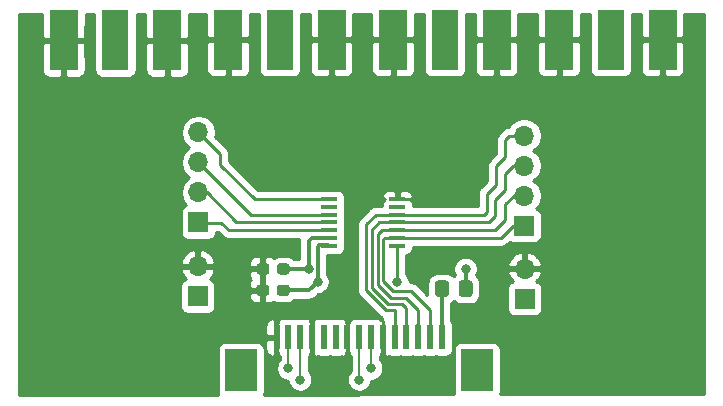
<source format=gbr>
%TF.GenerationSoftware,KiCad,Pcbnew,5.1.10-88a1d61d58~88~ubuntu18.04.1*%
%TF.CreationDate,2021-07-26T17:25:23+07:00*%
%TF.ProjectId,ADV728xM_EVAL_SMA-FFC_JETSON,41445637-3238-4784-9d5f-4556414c5f53,rev?*%
%TF.SameCoordinates,Original*%
%TF.FileFunction,Copper,L1,Top*%
%TF.FilePolarity,Positive*%
%FSLAX46Y46*%
G04 Gerber Fmt 4.6, Leading zero omitted, Abs format (unit mm)*
G04 Created by KiCad (PCBNEW 5.1.10-88a1d61d58~88~ubuntu18.04.1) date 2021-07-26 17:25:23*
%MOMM*%
%LPD*%
G01*
G04 APERTURE LIST*
%TA.AperFunction,ComponentPad*%
%ADD10O,1.700000X1.700000*%
%TD*%
%TA.AperFunction,ComponentPad*%
%ADD11R,1.700000X1.700000*%
%TD*%
%TA.AperFunction,SMDPad,CuDef*%
%ADD12R,2.286000X5.080000*%
%TD*%
%TA.AperFunction,SMDPad,CuDef*%
%ADD13R,2.413000X5.080000*%
%TD*%
%TA.AperFunction,SMDPad,CuDef*%
%ADD14R,0.610000X2.000000*%
%TD*%
%TA.AperFunction,SMDPad,CuDef*%
%ADD15R,2.680000X3.600000*%
%TD*%
%TA.AperFunction,SMDPad,CuDef*%
%ADD16R,1.358900X0.355600*%
%TD*%
%TA.AperFunction,ViaPad*%
%ADD17C,0.800000*%
%TD*%
%TA.AperFunction,Conductor*%
%ADD18C,0.300000*%
%TD*%
%TA.AperFunction,Conductor*%
%ADD19C,0.350000*%
%TD*%
%TA.AperFunction,Conductor*%
%ADD20C,0.250000*%
%TD*%
%TA.AperFunction,Conductor*%
%ADD21C,0.200000*%
%TD*%
%TA.AperFunction,Conductor*%
%ADD22C,0.254000*%
%TD*%
%TA.AperFunction,Conductor*%
%ADD23C,0.100000*%
%TD*%
G04 APERTURE END LIST*
D10*
%TO.P,J6,4*%
%TO.N,/GPIO1_1V8*%
X175552100Y-89496900D03*
%TO.P,J6,3*%
%TO.N,/GPIO0_1V8*%
X175552100Y-92036900D03*
%TO.P,J6,2*%
%TO.N,/I2C_SCL*%
X175552100Y-94576900D03*
D11*
%TO.P,J6,1*%
%TO.N,/I2C_SDA*%
X175552100Y-97116900D03*
%TD*%
D12*
%TO.P,J3,1*%
%TO.N,/CLK_P*%
X168846500Y-81368900D03*
D13*
%TO.P,J3,S2*%
%TO.N,GND*%
X173228000Y-81368900D03*
%TO.P,J3,S1*%
X164465000Y-81368900D03*
%TD*%
D12*
%TO.P,J4,1*%
%TO.N,/CLK_N*%
X182892700Y-81368900D03*
D13*
%TO.P,J4,S2*%
%TO.N,GND*%
X187274200Y-81368900D03*
%TO.P,J4,S1*%
X178511200Y-81368900D03*
%TD*%
D12*
%TO.P,J1,1*%
%TO.N,/D0_P*%
X140957300Y-81419700D03*
D13*
%TO.P,J1,S2*%
%TO.N,GND*%
X145338800Y-81419700D03*
%TO.P,J1,S1*%
X136575800Y-81419700D03*
%TD*%
D12*
%TO.P,J2,1*%
%TO.N,/D0_N*%
X154876500Y-81368900D03*
D13*
%TO.P,J2,S2*%
%TO.N,GND*%
X159258000Y-81368900D03*
%TO.P,J2,S1*%
X150495000Y-81368900D03*
%TD*%
%TO.P,C2,1*%
%TO.N,GND*%
%TA.AperFunction,SMDPad,CuDef*%
G36*
G01*
X152905000Y-101024700D02*
X152905000Y-100549700D01*
G75*
G02*
X153142500Y-100312200I237500J0D01*
G01*
X153742500Y-100312200D01*
G75*
G02*
X153980000Y-100549700I0J-237500D01*
G01*
X153980000Y-101024700D01*
G75*
G02*
X153742500Y-101262200I-237500J0D01*
G01*
X153142500Y-101262200D01*
G75*
G02*
X152905000Y-101024700I0J237500D01*
G01*
G37*
%TD.AperFunction*%
%TO.P,C2,2*%
%TO.N,+3V3*%
%TA.AperFunction,SMDPad,CuDef*%
G36*
G01*
X154630000Y-101024700D02*
X154630000Y-100549700D01*
G75*
G02*
X154867500Y-100312200I237500J0D01*
G01*
X155467500Y-100312200D01*
G75*
G02*
X155705000Y-100549700I0J-237500D01*
G01*
X155705000Y-101024700D01*
G75*
G02*
X155467500Y-101262200I-237500J0D01*
G01*
X154867500Y-101262200D01*
G75*
G02*
X154630000Y-101024700I0J237500D01*
G01*
G37*
%TD.AperFunction*%
%TD*%
%TO.P,C1,2*%
%TO.N,+1V8*%
%TA.AperFunction,SMDPad,CuDef*%
G36*
G01*
X154617300Y-102828100D02*
X154617300Y-102353100D01*
G75*
G02*
X154854800Y-102115600I237500J0D01*
G01*
X155454800Y-102115600D01*
G75*
G02*
X155692300Y-102353100I0J-237500D01*
G01*
X155692300Y-102828100D01*
G75*
G02*
X155454800Y-103065600I-237500J0D01*
G01*
X154854800Y-103065600D01*
G75*
G02*
X154617300Y-102828100I0J237500D01*
G01*
G37*
%TD.AperFunction*%
%TO.P,C1,1*%
%TO.N,GND*%
%TA.AperFunction,SMDPad,CuDef*%
G36*
G01*
X152892300Y-102828100D02*
X152892300Y-102353100D01*
G75*
G02*
X153129800Y-102115600I237500J0D01*
G01*
X153729800Y-102115600D01*
G75*
G02*
X153967300Y-102353100I0J-237500D01*
G01*
X153967300Y-102828100D01*
G75*
G02*
X153729800Y-103065600I-237500J0D01*
G01*
X153129800Y-103065600D01*
G75*
G02*
X152892300Y-102828100I0J237500D01*
G01*
G37*
%TD.AperFunction*%
%TD*%
D11*
%TO.P,J5,1*%
%TO.N,/I2C_SDA_3V3*%
X147980400Y-96850200D03*
D10*
%TO.P,J5,2*%
%TO.N,/I2C_SCL_3V3*%
X147980400Y-94310200D03*
%TO.P,J5,3*%
%TO.N,/GPIO0_3V3*%
X147980400Y-91770200D03*
%TO.P,J5,4*%
%TO.N,/GPIO1_3V3*%
X147980400Y-89230200D03*
%TD*%
D11*
%TO.P,J8,1*%
%TO.N,+1V8*%
X175590200Y-103289100D03*
D10*
%TO.P,J8,2*%
%TO.N,GND*%
X175590200Y-100749100D03*
%TD*%
%TO.P,J7,2*%
%TO.N,GND*%
X147929600Y-100558600D03*
D11*
%TO.P,J7,1*%
%TO.N,+3V3*%
X147929600Y-103098600D03*
%TD*%
%TO.P,R1,1*%
%TO.N,Net-(R1-Pad1)*%
%TA.AperFunction,SMDPad,CuDef*%
G36*
G01*
X168005200Y-102900901D02*
X168005200Y-102000899D01*
G75*
G02*
X168255199Y-101750900I249999J0D01*
G01*
X168955201Y-101750900D01*
G75*
G02*
X169205200Y-102000899I0J-249999D01*
G01*
X169205200Y-102900901D01*
G75*
G02*
X168955201Y-103150900I-249999J0D01*
G01*
X168255199Y-103150900D01*
G75*
G02*
X168005200Y-102900901I0J249999D01*
G01*
G37*
%TD.AperFunction*%
%TO.P,R1,2*%
%TO.N,+3V3*%
%TA.AperFunction,SMDPad,CuDef*%
G36*
G01*
X170005200Y-102900901D02*
X170005200Y-102000899D01*
G75*
G02*
X170255199Y-101750900I249999J0D01*
G01*
X170955201Y-101750900D01*
G75*
G02*
X171205200Y-102000899I0J-249999D01*
G01*
X171205200Y-102900901D01*
G75*
G02*
X170955201Y-103150900I-249999J0D01*
G01*
X170255199Y-103150900D01*
G75*
G02*
X170005200Y-102900901I0J249999D01*
G01*
G37*
%TD.AperFunction*%
%TD*%
D14*
%TO.P,U1,1*%
%TO.N,GND*%
X154594800Y-106578400D03*
%TO.P,U1,2*%
%TO.N,/D0_N*%
X155594800Y-106578400D03*
%TO.P,U1,3*%
%TO.N,/D0_P*%
X156594800Y-106578400D03*
%TO.P,U1,4*%
%TO.N,GND*%
X157594800Y-106578400D03*
%TO.P,U1,5*%
%TO.N,Net-(U1-Pad5)*%
X158594800Y-106578400D03*
%TO.P,U1,6*%
%TO.N,Net-(U1-Pad6)*%
X159594800Y-106578400D03*
%TO.P,U1,7*%
%TO.N,GND*%
X160594800Y-106578400D03*
%TO.P,U1,8*%
%TO.N,/CLK_N*%
X161594800Y-106578400D03*
%TO.P,U1,9*%
%TO.N,/CLK_P*%
X162594800Y-106578400D03*
%TO.P,U1,10*%
%TO.N,GND*%
X163594800Y-106578400D03*
%TO.P,U1,11*%
%TO.N,/GPIO1_1V8*%
X164594800Y-106578400D03*
%TO.P,U1,12*%
%TO.N,/GPIO0_1V8*%
X165594800Y-106578400D03*
%TO.P,U1,13*%
%TO.N,/I2C_SCL*%
X166594800Y-106578400D03*
%TO.P,U1,14*%
%TO.N,/I2C_SDA*%
X167594800Y-106578400D03*
%TO.P,U1,15*%
%TO.N,Net-(R1-Pad1)*%
X168594800Y-106578400D03*
D15*
%TO.P,U1,PAD*%
%TO.N,N/C*%
X151606000Y-109380900D03*
%TO.P,U1,PAD.*%
X171583900Y-109380400D03*
%TD*%
D16*
%TO.P,U2,14*%
%TO.N,+1V8*%
X159061150Y-98800199D03*
%TO.P,U2,13*%
%TO.N,+3V3*%
X159061150Y-98150200D03*
%TO.P,U2,12*%
%TO.N,/I2C_SDA_3V3*%
X159061150Y-97500199D03*
%TO.P,U2,11*%
%TO.N,/I2C_SCL_3V3*%
X159061150Y-96850200D03*
%TO.P,U2,10*%
%TO.N,/GPIO0_3V3*%
X159061150Y-96200199D03*
%TO.P,U2,9*%
%TO.N,Net-(U2-Pad9)*%
X159061150Y-95550200D03*
%TO.P,U2,8*%
%TO.N,/GPIO1_3V3*%
X159061150Y-94900199D03*
%TO.P,U2,7*%
%TO.N,GND*%
X164814250Y-94900201D03*
%TO.P,U2,6*%
%TO.N,Net-(U2-Pad6)*%
X164814250Y-95550200D03*
%TO.P,U2,5*%
%TO.N,/GPIO1_1V8*%
X164814250Y-96200201D03*
%TO.P,U2,4*%
%TO.N,/GPIO0_1V8*%
X164814250Y-96850200D03*
%TO.P,U2,3*%
%TO.N,/I2C_SCL*%
X164814250Y-97500199D03*
%TO.P,U2,2*%
%TO.N,/I2C_SDA*%
X164814250Y-98150200D03*
%TO.P,U2,1*%
%TO.N,+1V8*%
X164814250Y-98800201D03*
%TD*%
D17*
%TO.N,+3V3*%
X157302200Y-100787200D03*
X170599100Y-100787200D03*
%TO.N,+1V8*%
X164820600Y-101917500D03*
X158064200Y-101879400D03*
%TO.N,/D0_P*%
X140970000Y-81470500D03*
X156591000Y-110147000D03*
X140970000Y-82384900D03*
%TO.N,/D0_N*%
X154851100Y-81432400D03*
X155587700Y-109194500D03*
X154851100Y-82308700D03*
%TO.N,/CLK_P*%
X168833800Y-81368900D03*
X162598100Y-109194500D03*
X168833800Y-82245200D03*
%TO.N,/CLK_N*%
X182880000Y-81394300D03*
X161594800Y-110147000D03*
X182880000Y-82296000D03*
%TD*%
D18*
%TO.N,+3V3*%
X159061150Y-98150200D02*
X157564300Y-98150200D01*
X157302200Y-98412300D02*
X157564300Y-98150200D01*
X157302200Y-100787200D02*
X157302200Y-98412300D01*
D19*
X170592500Y-100793800D02*
X170599100Y-100787200D01*
X155167500Y-100787200D02*
X157302200Y-100787200D01*
D18*
X170605200Y-100793300D02*
X170599100Y-100787200D01*
D19*
X170605200Y-102450900D02*
X170605200Y-100793300D01*
D20*
%TO.N,GND*%
X163182300Y-85128100D02*
X161246391Y-87064009D01*
D19*
X175288700Y-100790500D02*
X175298100Y-100799900D01*
D20*
X164712650Y-94887501D02*
X169272499Y-94887501D01*
X169272499Y-94887501D02*
X172212000Y-91948000D01*
X180035200Y-94081600D02*
X180035200Y-103301800D01*
X177901600Y-91948000D02*
X180035200Y-94081600D01*
X163594800Y-106578400D02*
X163594800Y-105149400D01*
X163594800Y-105149400D02*
X162610800Y-104165400D01*
X160594800Y-105328400D02*
X160594800Y-106578400D01*
X161757800Y-104165400D02*
X160594800Y-105328400D01*
X162610800Y-104165400D02*
X161757800Y-104165400D01*
D19*
%TO.N,+1V8*%
X175285400Y-103327200D02*
X175298100Y-103339900D01*
D18*
X158210799Y-98787499D02*
X158959550Y-98787499D01*
X155155900Y-102591700D02*
X155154800Y-102590600D01*
D20*
X164814248Y-98800199D02*
X164814250Y-98800201D01*
X164814250Y-101911150D02*
X164820600Y-101917500D01*
X164814250Y-98800201D02*
X164814250Y-101911150D01*
D18*
X158064200Y-98934098D02*
X158210799Y-98787499D01*
X158064200Y-101879400D02*
X158064200Y-98934098D01*
X157353000Y-102590600D02*
X158064200Y-101879400D01*
X155154800Y-102590600D02*
X157353000Y-102590600D01*
D20*
%TO.N,/D0_P*%
X156594800Y-110143300D02*
X156591000Y-110147100D01*
D21*
X156594800Y-106578400D02*
X156594800Y-110143300D01*
D20*
%TO.N,/D0_N*%
X155594800Y-109187500D02*
X155587700Y-109194600D01*
D21*
X155594800Y-106578400D02*
X155594800Y-109187500D01*
D20*
%TO.N,/CLK_P*%
X162594800Y-109191200D02*
X162598100Y-109194500D01*
D21*
X162594800Y-106578400D02*
X162594800Y-109191200D01*
%TO.N,/CLK_N*%
X161594800Y-106578400D02*
X161594800Y-110147000D01*
D20*
%TO.N,/I2C_SCL_3V3*%
X157010100Y-96837500D02*
X151193500Y-96837500D01*
X157010100Y-96837500D02*
X156756100Y-96837500D01*
X158959550Y-96837500D02*
X157010100Y-96837500D01*
X148666200Y-94310200D02*
X147980400Y-94310200D01*
X151193500Y-96837500D02*
X148666200Y-94310200D01*
%TO.N,/I2C_SDA_3V3*%
X158959550Y-97487499D02*
X154251901Y-97487499D01*
X148691600Y-96875600D02*
X149923500Y-96875600D01*
X150535399Y-97487499D02*
X154251901Y-97487499D01*
X149923500Y-96875600D02*
X150535399Y-97487499D01*
%TO.N,/GPIO0_3V3*%
X152397699Y-96187499D02*
X147980400Y-91770200D01*
X158959550Y-96187499D02*
X152397699Y-96187499D01*
%TO.N,/GPIO1_3V3*%
X149809200Y-91059000D02*
X147980400Y-89230200D01*
X149809200Y-91960700D02*
X149809200Y-91059000D01*
X152735999Y-94887499D02*
X149809200Y-91960700D01*
X158959550Y-94887499D02*
X152735999Y-94887499D01*
%TO.N,Net-(R1-Pad1)*%
X168592500Y-106576100D02*
X168594800Y-106578400D01*
X168594800Y-102461300D02*
X168605200Y-102450900D01*
D19*
X168594800Y-106578400D02*
X168594800Y-102461300D01*
D18*
%TO.N,/I2C_SCL*%
X166594800Y-106578400D02*
X166594800Y-105545900D01*
D20*
X173098701Y-97500199D02*
X164814250Y-97500199D01*
X173964600Y-95313500D02*
X173964600Y-96634300D01*
X174701200Y-94576900D02*
X173964600Y-95313500D01*
X173964600Y-96634300D02*
X173098701Y-97500199D01*
X175552100Y-94576900D02*
X174701200Y-94576900D01*
X166594800Y-104250500D02*
X166594800Y-106578400D01*
X164814250Y-97500199D02*
X163497501Y-97500199D01*
X163144200Y-97853500D02*
X163144200Y-102120700D01*
X165582600Y-103238300D02*
X166594800Y-104250500D01*
X163497501Y-97500199D02*
X163144200Y-97853500D01*
X163144200Y-102120700D02*
X164261800Y-103238300D01*
X164261800Y-103238300D02*
X165582600Y-103238300D01*
%TO.N,/I2C_SDA*%
X175247300Y-96723200D02*
X175260000Y-96710500D01*
X164814250Y-98150200D02*
X166632100Y-98150200D01*
X174625000Y-97116900D02*
X173591700Y-98150200D01*
X175552100Y-97116900D02*
X174625000Y-97116900D01*
X166632100Y-98150200D02*
X173591700Y-98150200D01*
X163774600Y-98150200D02*
X164814250Y-98150200D01*
X163645850Y-98278950D02*
X163774600Y-98150200D01*
X167594800Y-104259900D02*
X167594800Y-106578400D01*
X165977401Y-102642501D02*
X167594800Y-104259900D01*
X164472599Y-102642501D02*
X165977401Y-102642501D01*
X163645850Y-101815752D02*
X164472599Y-102642501D01*
X163645850Y-98278950D02*
X163645850Y-101815752D01*
%TO.N,/GPIO1_1V8*%
X174307500Y-89496900D02*
X175552100Y-89496900D01*
X173951900Y-89852500D02*
X174307500Y-89496900D01*
X173951900Y-91313000D02*
X173951900Y-89852500D01*
X172138099Y-96187501D02*
X172389800Y-95935800D01*
X172389800Y-94424500D02*
X173177200Y-93637100D01*
X164712650Y-96187501D02*
X172138099Y-96187501D01*
X172389800Y-95935800D02*
X172389800Y-94424500D01*
X173177200Y-92087700D02*
X173951900Y-91313000D01*
X173177200Y-93637100D02*
X173177200Y-92087700D01*
X164594800Y-104295200D02*
X164594800Y-105273100D01*
X163830000Y-104254300D02*
X164553900Y-104254300D01*
X164594800Y-105273100D02*
X164594800Y-106578400D01*
X162994099Y-96200201D02*
X162179000Y-97015300D01*
X162179000Y-97015300D02*
X162179000Y-102603300D01*
X164814250Y-96200201D02*
X162994099Y-96200201D01*
X162179000Y-102603300D02*
X163830000Y-104254300D01*
X164553900Y-104254300D02*
X164594800Y-104295200D01*
%TO.N,/GPIO0_1V8*%
X164712650Y-96837500D02*
X172605700Y-96837500D01*
X172605700Y-96837500D02*
X173113700Y-96329500D01*
X173113700Y-96329500D02*
X173113700Y-94932500D01*
X173113700Y-94932500D02*
X173951900Y-94094300D01*
X173951900Y-94094300D02*
X173951900Y-92735400D01*
X174650400Y-92036900D02*
X175552100Y-92036900D01*
X173951900Y-92735400D02*
X174650400Y-92036900D01*
X165594800Y-104393500D02*
X165594800Y-106578400D01*
X165594800Y-104114100D02*
X165594800Y-104393500D01*
X164814250Y-96850200D02*
X163309300Y-96850200D01*
X163309300Y-96850200D02*
X162680650Y-97478850D01*
X162680650Y-97478850D02*
X162680650Y-102381050D01*
X162680650Y-102381050D02*
X164033200Y-103733600D01*
X164033200Y-103733600D02*
X165214300Y-103733600D01*
X165214300Y-103733600D02*
X165594800Y-104114100D01*
%TD*%
D22*
%TO.N,GND*%
X134731610Y-79159824D02*
X134734300Y-81133950D01*
X134893050Y-81292700D01*
X136448800Y-81292700D01*
X136448800Y-81272700D01*
X136702800Y-81272700D01*
X136702800Y-81292700D01*
X138258550Y-81292700D01*
X138417300Y-81133950D01*
X138419988Y-79161403D01*
X139176228Y-79161727D01*
X139176228Y-83959700D01*
X139188488Y-84084182D01*
X139224798Y-84203880D01*
X139283763Y-84314194D01*
X139363115Y-84410885D01*
X139459806Y-84490237D01*
X139570120Y-84549202D01*
X139689818Y-84585512D01*
X139814300Y-84597772D01*
X142100300Y-84597772D01*
X142224782Y-84585512D01*
X142344480Y-84549202D01*
X142454794Y-84490237D01*
X142551485Y-84410885D01*
X142630837Y-84314194D01*
X142689802Y-84203880D01*
X142726112Y-84084182D01*
X142738372Y-83959700D01*
X143494228Y-83959700D01*
X143506488Y-84084182D01*
X143542798Y-84203880D01*
X143601763Y-84314194D01*
X143681115Y-84410885D01*
X143777806Y-84490237D01*
X143888120Y-84549202D01*
X144007818Y-84585512D01*
X144132300Y-84597772D01*
X145053050Y-84594700D01*
X145211800Y-84435950D01*
X145211800Y-81546700D01*
X145465800Y-81546700D01*
X145465800Y-84435950D01*
X145624550Y-84594700D01*
X146545300Y-84597772D01*
X146669782Y-84585512D01*
X146789480Y-84549202D01*
X146899794Y-84490237D01*
X146996485Y-84410885D01*
X147075837Y-84314194D01*
X147134802Y-84203880D01*
X147171112Y-84084182D01*
X147183372Y-83959700D01*
X147183303Y-83908900D01*
X148650428Y-83908900D01*
X148662688Y-84033382D01*
X148698998Y-84153080D01*
X148757963Y-84263394D01*
X148837315Y-84360085D01*
X148934006Y-84439437D01*
X149044320Y-84498402D01*
X149164018Y-84534712D01*
X149288500Y-84546972D01*
X150209250Y-84543900D01*
X150368000Y-84385150D01*
X150368000Y-81495900D01*
X150622000Y-81495900D01*
X150622000Y-84385150D01*
X150780750Y-84543900D01*
X151701500Y-84546972D01*
X151825982Y-84534712D01*
X151945680Y-84498402D01*
X152055994Y-84439437D01*
X152152685Y-84360085D01*
X152232037Y-84263394D01*
X152291002Y-84153080D01*
X152327312Y-84033382D01*
X152339572Y-83908900D01*
X152336500Y-81654650D01*
X152177750Y-81495900D01*
X150622000Y-81495900D01*
X150368000Y-81495900D01*
X148812250Y-81495900D01*
X148653500Y-81654650D01*
X148650428Y-83908900D01*
X147183303Y-83908900D01*
X147180300Y-81705450D01*
X147021550Y-81546700D01*
X145465800Y-81546700D01*
X145211800Y-81546700D01*
X143656050Y-81546700D01*
X143497300Y-81705450D01*
X143494228Y-83959700D01*
X142738372Y-83959700D01*
X142738372Y-79163252D01*
X143494615Y-79163575D01*
X143497300Y-81133950D01*
X143656050Y-81292700D01*
X145211800Y-81292700D01*
X145211800Y-81272700D01*
X145465800Y-81272700D01*
X145465800Y-81292700D01*
X147021550Y-81292700D01*
X147180300Y-81133950D01*
X147182983Y-79165154D01*
X148650887Y-79165783D01*
X148653500Y-81083150D01*
X148812250Y-81241900D01*
X150368000Y-81241900D01*
X150368000Y-81221900D01*
X150622000Y-81221900D01*
X150622000Y-81241900D01*
X152177750Y-81241900D01*
X152336500Y-81083150D01*
X152339111Y-79167361D01*
X153095428Y-79167685D01*
X153095428Y-83908900D01*
X153107688Y-84033382D01*
X153143998Y-84153080D01*
X153202963Y-84263394D01*
X153282315Y-84360085D01*
X153379006Y-84439437D01*
X153489320Y-84498402D01*
X153609018Y-84534712D01*
X153733500Y-84546972D01*
X156019500Y-84546972D01*
X156143982Y-84534712D01*
X156263680Y-84498402D01*
X156373994Y-84439437D01*
X156470685Y-84360085D01*
X156550037Y-84263394D01*
X156609002Y-84153080D01*
X156645312Y-84033382D01*
X156657572Y-83908900D01*
X157413428Y-83908900D01*
X157425688Y-84033382D01*
X157461998Y-84153080D01*
X157520963Y-84263394D01*
X157600315Y-84360085D01*
X157697006Y-84439437D01*
X157807320Y-84498402D01*
X157927018Y-84534712D01*
X158051500Y-84546972D01*
X158972250Y-84543900D01*
X159131000Y-84385150D01*
X159131000Y-81495900D01*
X159385000Y-81495900D01*
X159385000Y-84385150D01*
X159543750Y-84543900D01*
X160464500Y-84546972D01*
X160588982Y-84534712D01*
X160708680Y-84498402D01*
X160818994Y-84439437D01*
X160915685Y-84360085D01*
X160995037Y-84263394D01*
X161054002Y-84153080D01*
X161090312Y-84033382D01*
X161102572Y-83908900D01*
X162620428Y-83908900D01*
X162632688Y-84033382D01*
X162668998Y-84153080D01*
X162727963Y-84263394D01*
X162807315Y-84360085D01*
X162904006Y-84439437D01*
X163014320Y-84498402D01*
X163134018Y-84534712D01*
X163258500Y-84546972D01*
X164179250Y-84543900D01*
X164338000Y-84385150D01*
X164338000Y-81495900D01*
X164592000Y-81495900D01*
X164592000Y-84385150D01*
X164750750Y-84543900D01*
X165671500Y-84546972D01*
X165795982Y-84534712D01*
X165915680Y-84498402D01*
X166025994Y-84439437D01*
X166122685Y-84360085D01*
X166202037Y-84263394D01*
X166261002Y-84153080D01*
X166297312Y-84033382D01*
X166309572Y-83908900D01*
X166306500Y-81654650D01*
X166147750Y-81495900D01*
X164592000Y-81495900D01*
X164338000Y-81495900D01*
X162782250Y-81495900D01*
X162623500Y-81654650D01*
X162620428Y-83908900D01*
X161102572Y-83908900D01*
X161099500Y-81654650D01*
X160940750Y-81495900D01*
X159385000Y-81495900D01*
X159131000Y-81495900D01*
X157575250Y-81495900D01*
X157416500Y-81654650D01*
X157413428Y-83908900D01*
X156657572Y-83908900D01*
X156657572Y-79169210D01*
X157413892Y-79169534D01*
X157416500Y-81083150D01*
X157575250Y-81241900D01*
X159131000Y-81241900D01*
X159131000Y-81221900D01*
X159385000Y-81221900D01*
X159385000Y-81241900D01*
X160940750Y-81241900D01*
X161099500Y-81083150D01*
X161102106Y-79171113D01*
X162620895Y-79171763D01*
X162623500Y-81083150D01*
X162782250Y-81241900D01*
X164338000Y-81241900D01*
X164338000Y-81221900D01*
X164592000Y-81221900D01*
X164592000Y-81241900D01*
X166147750Y-81241900D01*
X166306500Y-81083150D01*
X166309103Y-79173342D01*
X167065428Y-79173665D01*
X167065428Y-83908900D01*
X167077688Y-84033382D01*
X167113998Y-84153080D01*
X167172963Y-84263394D01*
X167252315Y-84360085D01*
X167349006Y-84439437D01*
X167459320Y-84498402D01*
X167579018Y-84534712D01*
X167703500Y-84546972D01*
X169989500Y-84546972D01*
X170113982Y-84534712D01*
X170233680Y-84498402D01*
X170343994Y-84439437D01*
X170440685Y-84360085D01*
X170520037Y-84263394D01*
X170579002Y-84153080D01*
X170615312Y-84033382D01*
X170627572Y-83908900D01*
X171383428Y-83908900D01*
X171395688Y-84033382D01*
X171431998Y-84153080D01*
X171490963Y-84263394D01*
X171570315Y-84360085D01*
X171667006Y-84439437D01*
X171777320Y-84498402D01*
X171897018Y-84534712D01*
X172021500Y-84546972D01*
X172942250Y-84543900D01*
X173101000Y-84385150D01*
X173101000Y-81495900D01*
X173355000Y-81495900D01*
X173355000Y-84385150D01*
X173513750Y-84543900D01*
X174434500Y-84546972D01*
X174558982Y-84534712D01*
X174678680Y-84498402D01*
X174788994Y-84439437D01*
X174885685Y-84360085D01*
X174965037Y-84263394D01*
X175024002Y-84153080D01*
X175060312Y-84033382D01*
X175072572Y-83908900D01*
X176666628Y-83908900D01*
X176678888Y-84033382D01*
X176715198Y-84153080D01*
X176774163Y-84263394D01*
X176853515Y-84360085D01*
X176950206Y-84439437D01*
X177060520Y-84498402D01*
X177180218Y-84534712D01*
X177304700Y-84546972D01*
X178225450Y-84543900D01*
X178384200Y-84385150D01*
X178384200Y-81495900D01*
X178638200Y-81495900D01*
X178638200Y-84385150D01*
X178796950Y-84543900D01*
X179717700Y-84546972D01*
X179842182Y-84534712D01*
X179961880Y-84498402D01*
X180072194Y-84439437D01*
X180168885Y-84360085D01*
X180248237Y-84263394D01*
X180307202Y-84153080D01*
X180343512Y-84033382D01*
X180355772Y-83908900D01*
X180352700Y-81654650D01*
X180193950Y-81495900D01*
X178638200Y-81495900D01*
X178384200Y-81495900D01*
X176828450Y-81495900D01*
X176669700Y-81654650D01*
X176666628Y-83908900D01*
X175072572Y-83908900D01*
X175069500Y-81654650D01*
X174910750Y-81495900D01*
X173355000Y-81495900D01*
X173101000Y-81495900D01*
X171545250Y-81495900D01*
X171386500Y-81654650D01*
X171383428Y-83908900D01*
X170627572Y-83908900D01*
X170627572Y-79175190D01*
X171383900Y-79175514D01*
X171386500Y-81083150D01*
X171545250Y-81241900D01*
X173101000Y-81241900D01*
X173101000Y-81221900D01*
X173355000Y-81221900D01*
X173355000Y-81241900D01*
X174910750Y-81241900D01*
X175069500Y-81083150D01*
X175072097Y-79177093D01*
X176667103Y-79177776D01*
X176669700Y-81083150D01*
X176828450Y-81241900D01*
X178384200Y-81241900D01*
X178384200Y-81221900D01*
X178638200Y-81221900D01*
X178638200Y-81241900D01*
X180193950Y-81241900D01*
X180352700Y-81083150D01*
X180355294Y-79179354D01*
X181111628Y-79179678D01*
X181111628Y-83908900D01*
X181123888Y-84033382D01*
X181160198Y-84153080D01*
X181219163Y-84263394D01*
X181298515Y-84360085D01*
X181395206Y-84439437D01*
X181505520Y-84498402D01*
X181625218Y-84534712D01*
X181749700Y-84546972D01*
X184035700Y-84546972D01*
X184160182Y-84534712D01*
X184279880Y-84498402D01*
X184390194Y-84439437D01*
X184486885Y-84360085D01*
X184566237Y-84263394D01*
X184625202Y-84153080D01*
X184661512Y-84033382D01*
X184673772Y-83908900D01*
X185429628Y-83908900D01*
X185441888Y-84033382D01*
X185478198Y-84153080D01*
X185537163Y-84263394D01*
X185616515Y-84360085D01*
X185713206Y-84439437D01*
X185823520Y-84498402D01*
X185943218Y-84534712D01*
X186067700Y-84546972D01*
X186988450Y-84543900D01*
X187147200Y-84385150D01*
X187147200Y-81495900D01*
X187401200Y-81495900D01*
X187401200Y-84385150D01*
X187559950Y-84543900D01*
X188480700Y-84546972D01*
X188605182Y-84534712D01*
X188724880Y-84498402D01*
X188835194Y-84439437D01*
X188931885Y-84360085D01*
X189011237Y-84263394D01*
X189070202Y-84153080D01*
X189106512Y-84033382D01*
X189118772Y-83908900D01*
X189115700Y-81654650D01*
X188956950Y-81495900D01*
X187401200Y-81495900D01*
X187147200Y-81495900D01*
X185591450Y-81495900D01*
X185432700Y-81654650D01*
X185429628Y-83908900D01*
X184673772Y-83908900D01*
X184673772Y-79181203D01*
X185430109Y-79181527D01*
X185432700Y-81083150D01*
X185591450Y-81241900D01*
X187147200Y-81241900D01*
X187147200Y-81221900D01*
X187401200Y-81221900D01*
X187401200Y-81241900D01*
X188956950Y-81241900D01*
X189115700Y-81083150D01*
X189118289Y-79183105D01*
X190780050Y-79183817D01*
X190792251Y-111367547D01*
X173523977Y-111389719D01*
X173549712Y-111304882D01*
X173561972Y-111180400D01*
X173561972Y-107580400D01*
X173549712Y-107455918D01*
X173513402Y-107336220D01*
X173454437Y-107225906D01*
X173375085Y-107129215D01*
X173278394Y-107049863D01*
X173168080Y-106990898D01*
X173048382Y-106954588D01*
X172923900Y-106942328D01*
X170243900Y-106942328D01*
X170119418Y-106954588D01*
X169999720Y-106990898D01*
X169889406Y-107049863D01*
X169792715Y-107129215D01*
X169713363Y-107225906D01*
X169654398Y-107336220D01*
X169618088Y-107455918D01*
X169605828Y-107580400D01*
X169605828Y-111180400D01*
X169618088Y-111304882D01*
X169645334Y-111394700D01*
X153538444Y-111415381D01*
X153571812Y-111305382D01*
X153584072Y-111180900D01*
X153584072Y-109092561D01*
X154552700Y-109092561D01*
X154552700Y-109296439D01*
X154592474Y-109496398D01*
X154670495Y-109684756D01*
X154783763Y-109854274D01*
X154927926Y-109998437D01*
X155097444Y-110111705D01*
X155285802Y-110189726D01*
X155485761Y-110229500D01*
X155556000Y-110229500D01*
X155556000Y-110248939D01*
X155595774Y-110448898D01*
X155673795Y-110637256D01*
X155787063Y-110806774D01*
X155931226Y-110950937D01*
X156100744Y-111064205D01*
X156289102Y-111142226D01*
X156489061Y-111182000D01*
X156692939Y-111182000D01*
X156892898Y-111142226D01*
X157081256Y-111064205D01*
X157250774Y-110950937D01*
X157394937Y-110806774D01*
X157508205Y-110637256D01*
X157586226Y-110448898D01*
X157626000Y-110248939D01*
X157626000Y-110045061D01*
X160559800Y-110045061D01*
X160559800Y-110248939D01*
X160599574Y-110448898D01*
X160677595Y-110637256D01*
X160790863Y-110806774D01*
X160935026Y-110950937D01*
X161104544Y-111064205D01*
X161292902Y-111142226D01*
X161492861Y-111182000D01*
X161696739Y-111182000D01*
X161896698Y-111142226D01*
X162085056Y-111064205D01*
X162254574Y-110950937D01*
X162398737Y-110806774D01*
X162512005Y-110637256D01*
X162590026Y-110448898D01*
X162629800Y-110248939D01*
X162629800Y-110229500D01*
X162700039Y-110229500D01*
X162899998Y-110189726D01*
X163088356Y-110111705D01*
X163257874Y-109998437D01*
X163402037Y-109854274D01*
X163515305Y-109684756D01*
X163593326Y-109496398D01*
X163633100Y-109296439D01*
X163633100Y-109092561D01*
X163593326Y-108892602D01*
X163515305Y-108704244D01*
X163402037Y-108534726D01*
X163329800Y-108462489D01*
X163329800Y-108192650D01*
X163467800Y-108054650D01*
X163467800Y-107862807D01*
X163489302Y-107822580D01*
X163525612Y-107702882D01*
X163537872Y-107578400D01*
X163537872Y-106431400D01*
X163651728Y-106431400D01*
X163651728Y-107578400D01*
X163663988Y-107702882D01*
X163700298Y-107822580D01*
X163721800Y-107862807D01*
X163721800Y-108054650D01*
X163880550Y-108213400D01*
X163899800Y-108216472D01*
X164024282Y-108204212D01*
X164094800Y-108182821D01*
X164165318Y-108204212D01*
X164289800Y-108216472D01*
X164899800Y-108216472D01*
X165024282Y-108204212D01*
X165094800Y-108182821D01*
X165165318Y-108204212D01*
X165289800Y-108216472D01*
X165899800Y-108216472D01*
X166024282Y-108204212D01*
X166094800Y-108182821D01*
X166165318Y-108204212D01*
X166289800Y-108216472D01*
X166899800Y-108216472D01*
X167024282Y-108204212D01*
X167094800Y-108182821D01*
X167165318Y-108204212D01*
X167289800Y-108216472D01*
X167899800Y-108216472D01*
X168024282Y-108204212D01*
X168094800Y-108182821D01*
X168165318Y-108204212D01*
X168289800Y-108216472D01*
X168899800Y-108216472D01*
X169024282Y-108204212D01*
X169143980Y-108167902D01*
X169254294Y-108108937D01*
X169350985Y-108029585D01*
X169430337Y-107932894D01*
X169489302Y-107822580D01*
X169525612Y-107702882D01*
X169537872Y-107578400D01*
X169537872Y-105578400D01*
X169525612Y-105453918D01*
X169489302Y-105334220D01*
X169430337Y-105223906D01*
X169404800Y-105192789D01*
X169404800Y-103662710D01*
X169448587Y-103639305D01*
X169583162Y-103528862D01*
X169605200Y-103502009D01*
X169627238Y-103528862D01*
X169761813Y-103639305D01*
X169915349Y-103721372D01*
X170081945Y-103771908D01*
X170255199Y-103788972D01*
X170955201Y-103788972D01*
X171128455Y-103771908D01*
X171295051Y-103721372D01*
X171448587Y-103639305D01*
X171583162Y-103528862D01*
X171693605Y-103394287D01*
X171775672Y-103240751D01*
X171826208Y-103074155D01*
X171843272Y-102900901D01*
X171843272Y-102439100D01*
X174102128Y-102439100D01*
X174102128Y-104139100D01*
X174114388Y-104263582D01*
X174150698Y-104383280D01*
X174209663Y-104493594D01*
X174289015Y-104590285D01*
X174385706Y-104669637D01*
X174496020Y-104728602D01*
X174615718Y-104764912D01*
X174740200Y-104777172D01*
X176440200Y-104777172D01*
X176564682Y-104764912D01*
X176684380Y-104728602D01*
X176794694Y-104669637D01*
X176891385Y-104590285D01*
X176970737Y-104493594D01*
X177029702Y-104383280D01*
X177066012Y-104263582D01*
X177078272Y-104139100D01*
X177078272Y-102439100D01*
X177066012Y-102314618D01*
X177029702Y-102194920D01*
X176970737Y-102084606D01*
X176891385Y-101987915D01*
X176794694Y-101908563D01*
X176684380Y-101849598D01*
X176603734Y-101825134D01*
X176687788Y-101749369D01*
X176861841Y-101516020D01*
X176987025Y-101253199D01*
X177031676Y-101105990D01*
X176910355Y-100876100D01*
X175717200Y-100876100D01*
X175717200Y-100896100D01*
X175463200Y-100896100D01*
X175463200Y-100876100D01*
X174270045Y-100876100D01*
X174148724Y-101105990D01*
X174193375Y-101253199D01*
X174318559Y-101516020D01*
X174492612Y-101749369D01*
X174576666Y-101825134D01*
X174496020Y-101849598D01*
X174385706Y-101908563D01*
X174289015Y-101987915D01*
X174209663Y-102084606D01*
X174150698Y-102194920D01*
X174114388Y-102314618D01*
X174102128Y-102439100D01*
X171843272Y-102439100D01*
X171843272Y-102000899D01*
X171826208Y-101827645D01*
X171775672Y-101661049D01*
X171693605Y-101507513D01*
X171583162Y-101372938D01*
X171498779Y-101303686D01*
X171516305Y-101277456D01*
X171594326Y-101089098D01*
X171634100Y-100889139D01*
X171634100Y-100685261D01*
X171594326Y-100485302D01*
X171555766Y-100392210D01*
X174148724Y-100392210D01*
X174270045Y-100622100D01*
X175463200Y-100622100D01*
X175463200Y-99428286D01*
X175717200Y-99428286D01*
X175717200Y-100622100D01*
X176910355Y-100622100D01*
X177031676Y-100392210D01*
X176987025Y-100245001D01*
X176861841Y-99982180D01*
X176687788Y-99748831D01*
X176471555Y-99553922D01*
X176221452Y-99404943D01*
X175947091Y-99307619D01*
X175717200Y-99428286D01*
X175463200Y-99428286D01*
X175233309Y-99307619D01*
X174958948Y-99404943D01*
X174708845Y-99553922D01*
X174492612Y-99748831D01*
X174318559Y-99982180D01*
X174193375Y-100245001D01*
X174148724Y-100392210D01*
X171555766Y-100392210D01*
X171516305Y-100296944D01*
X171403037Y-100127426D01*
X171258874Y-99983263D01*
X171089356Y-99869995D01*
X170900998Y-99791974D01*
X170701039Y-99752200D01*
X170497161Y-99752200D01*
X170297202Y-99791974D01*
X170108844Y-99869995D01*
X169939326Y-99983263D01*
X169795163Y-100127426D01*
X169681895Y-100296944D01*
X169603874Y-100485302D01*
X169564100Y-100685261D01*
X169564100Y-100889139D01*
X169603874Y-101089098D01*
X169681895Y-101277456D01*
X169703742Y-101310153D01*
X169627238Y-101372938D01*
X169605200Y-101399791D01*
X169583162Y-101372938D01*
X169448587Y-101262495D01*
X169295051Y-101180428D01*
X169128455Y-101129892D01*
X168955201Y-101112828D01*
X168255199Y-101112828D01*
X168081945Y-101129892D01*
X167915349Y-101180428D01*
X167761813Y-101262495D01*
X167627238Y-101372938D01*
X167516795Y-101507513D01*
X167434728Y-101661049D01*
X167384192Y-101827645D01*
X167367128Y-102000899D01*
X167367128Y-102900901D01*
X167373303Y-102963602D01*
X166541205Y-102131504D01*
X166517402Y-102102500D01*
X166401677Y-102007527D01*
X166269648Y-101936955D01*
X166126387Y-101893498D01*
X166014734Y-101882501D01*
X166014723Y-101882501D01*
X165977401Y-101878825D01*
X165940079Y-101882501D01*
X165855600Y-101882501D01*
X165855600Y-101815561D01*
X165815826Y-101615602D01*
X165737805Y-101427244D01*
X165624537Y-101257726D01*
X165574250Y-101207439D01*
X165574250Y-99608140D01*
X165618182Y-99603813D01*
X165737880Y-99567503D01*
X165848194Y-99508538D01*
X165944885Y-99429186D01*
X166024237Y-99332495D01*
X166083202Y-99222181D01*
X166119512Y-99102483D01*
X166131772Y-98978001D01*
X166131772Y-98910200D01*
X173554378Y-98910200D01*
X173591700Y-98913876D01*
X173629022Y-98910200D01*
X173629033Y-98910200D01*
X173740686Y-98899203D01*
X173883947Y-98855746D01*
X174015976Y-98785174D01*
X174131701Y-98690201D01*
X174155504Y-98661198D01*
X174332039Y-98484662D01*
X174347606Y-98497437D01*
X174457920Y-98556402D01*
X174577618Y-98592712D01*
X174702100Y-98604972D01*
X176402100Y-98604972D01*
X176526582Y-98592712D01*
X176646280Y-98556402D01*
X176756594Y-98497437D01*
X176853285Y-98418085D01*
X176932637Y-98321394D01*
X176991602Y-98211080D01*
X177027912Y-98091382D01*
X177040172Y-97966900D01*
X177040172Y-96266900D01*
X177027912Y-96142418D01*
X176991602Y-96022720D01*
X176932637Y-95912406D01*
X176853285Y-95815715D01*
X176756594Y-95736363D01*
X176646280Y-95677398D01*
X176573720Y-95655387D01*
X176705575Y-95523532D01*
X176868090Y-95280311D01*
X176980032Y-95010058D01*
X177037100Y-94723160D01*
X177037100Y-94430640D01*
X176980032Y-94143742D01*
X176868090Y-93873489D01*
X176705575Y-93630268D01*
X176498732Y-93423425D01*
X176324340Y-93306900D01*
X176498732Y-93190375D01*
X176705575Y-92983532D01*
X176868090Y-92740311D01*
X176980032Y-92470058D01*
X177037100Y-92183160D01*
X177037100Y-91890640D01*
X176980032Y-91603742D01*
X176868090Y-91333489D01*
X176705575Y-91090268D01*
X176498732Y-90883425D01*
X176324340Y-90766900D01*
X176498732Y-90650375D01*
X176705575Y-90443532D01*
X176868090Y-90200311D01*
X176980032Y-89930058D01*
X177037100Y-89643160D01*
X177037100Y-89350640D01*
X176980032Y-89063742D01*
X176868090Y-88793489D01*
X176705575Y-88550268D01*
X176498732Y-88343425D01*
X176255511Y-88180910D01*
X175985258Y-88068968D01*
X175698360Y-88011900D01*
X175405840Y-88011900D01*
X175118942Y-88068968D01*
X174848689Y-88180910D01*
X174605468Y-88343425D01*
X174398625Y-88550268D01*
X174274185Y-88736505D01*
X174270176Y-88736900D01*
X174270167Y-88736900D01*
X174158514Y-88747897D01*
X174015253Y-88791354D01*
X173883224Y-88861926D01*
X173767499Y-88956899D01*
X173743696Y-88985903D01*
X173440898Y-89288701D01*
X173411900Y-89312499D01*
X173388102Y-89341497D01*
X173388101Y-89341498D01*
X173316926Y-89428224D01*
X173246354Y-89560254D01*
X173202898Y-89703515D01*
X173188224Y-89852500D01*
X173191901Y-89889832D01*
X173191900Y-90998198D01*
X172666198Y-91523901D01*
X172637200Y-91547699D01*
X172613402Y-91576697D01*
X172613401Y-91576698D01*
X172542226Y-91663424D01*
X172471654Y-91795454D01*
X172428198Y-91938715D01*
X172413524Y-92087700D01*
X172417201Y-92125032D01*
X172417200Y-93322298D01*
X171878798Y-93860701D01*
X171849800Y-93884499D01*
X171826002Y-93913497D01*
X171826001Y-93913498D01*
X171754826Y-94000224D01*
X171684254Y-94132254D01*
X171667864Y-94186287D01*
X171641842Y-94272074D01*
X171640798Y-94275515D01*
X171626124Y-94424500D01*
X171629801Y-94461832D01*
X171629800Y-95427501D01*
X166131772Y-95427501D01*
X166131772Y-95372400D01*
X166119512Y-95247918D01*
X166112977Y-95226374D01*
X166117450Y-95212431D01*
X166128700Y-95109751D01*
X165969950Y-94951001D01*
X165969330Y-94951001D01*
X165944885Y-94921215D01*
X165857379Y-94849401D01*
X165969950Y-94849401D01*
X166128700Y-94690651D01*
X166117450Y-94587971D01*
X166079239Y-94468867D01*
X166018526Y-94359505D01*
X165937644Y-94264090D01*
X165839702Y-94186287D01*
X165728463Y-94129086D01*
X165608202Y-94094687D01*
X165483541Y-94084410D01*
X165100000Y-94087401D01*
X164941250Y-94246151D01*
X164941250Y-94734328D01*
X164687250Y-94734328D01*
X164687250Y-94246151D01*
X164528500Y-94087401D01*
X164144959Y-94084410D01*
X164020298Y-94094687D01*
X163900037Y-94129086D01*
X163788798Y-94186287D01*
X163690856Y-94264090D01*
X163609974Y-94359505D01*
X163549261Y-94468867D01*
X163511050Y-94587971D01*
X163499800Y-94690651D01*
X163658550Y-94849401D01*
X163771121Y-94849401D01*
X163683615Y-94921215D01*
X163659170Y-94951001D01*
X163658550Y-94951001D01*
X163499800Y-95109751D01*
X163511050Y-95212431D01*
X163515523Y-95226374D01*
X163508988Y-95247918D01*
X163496728Y-95372400D01*
X163496728Y-95440201D01*
X163031421Y-95440201D01*
X162994098Y-95436525D01*
X162956775Y-95440201D01*
X162956766Y-95440201D01*
X162845113Y-95451198D01*
X162711053Y-95491864D01*
X162701852Y-95494655D01*
X162569822Y-95565227D01*
X162498263Y-95623955D01*
X162454098Y-95660200D01*
X162430300Y-95689199D01*
X161668002Y-96451497D01*
X161638999Y-96475299D01*
X161583871Y-96542474D01*
X161544026Y-96591024D01*
X161494154Y-96684327D01*
X161473454Y-96723054D01*
X161429997Y-96866315D01*
X161419000Y-96977968D01*
X161419000Y-96977978D01*
X161415324Y-97015300D01*
X161419000Y-97052623D01*
X161419001Y-102565968D01*
X161415324Y-102603300D01*
X161419001Y-102640633D01*
X161429998Y-102752286D01*
X161431026Y-102755674D01*
X161473454Y-102895546D01*
X161544026Y-103027576D01*
X161600406Y-103096274D01*
X161639000Y-103143301D01*
X161667998Y-103167099D01*
X163266200Y-104765302D01*
X163289999Y-104794301D01*
X163318997Y-104818099D01*
X163405724Y-104889274D01*
X163506985Y-104943400D01*
X163467798Y-104943400D01*
X163467798Y-105102148D01*
X163309050Y-104943400D01*
X163289800Y-104940328D01*
X163165318Y-104952588D01*
X163094800Y-104973979D01*
X163024282Y-104952588D01*
X162899800Y-104940328D01*
X162289800Y-104940328D01*
X162165318Y-104952588D01*
X162094800Y-104973979D01*
X162024282Y-104952588D01*
X161899800Y-104940328D01*
X161289800Y-104940328D01*
X161165318Y-104952588D01*
X161094800Y-104973979D01*
X161024282Y-104952588D01*
X160899800Y-104940328D01*
X160880550Y-104943400D01*
X160721800Y-105102150D01*
X160721800Y-105293993D01*
X160700298Y-105334220D01*
X160663988Y-105453918D01*
X160651728Y-105578400D01*
X160651728Y-107578400D01*
X160663988Y-107702882D01*
X160700298Y-107822580D01*
X160721800Y-107862807D01*
X160721800Y-108054650D01*
X160859800Y-108192650D01*
X160859801Y-109418288D01*
X160790863Y-109487226D01*
X160677595Y-109656744D01*
X160599574Y-109845102D01*
X160559800Y-110045061D01*
X157626000Y-110045061D01*
X157586226Y-109845102D01*
X157508205Y-109656744D01*
X157394937Y-109487226D01*
X157329800Y-109422089D01*
X157329800Y-108192650D01*
X157467800Y-108054650D01*
X157467800Y-107862807D01*
X157489302Y-107822580D01*
X157525612Y-107702882D01*
X157537872Y-107578400D01*
X157537872Y-105578400D01*
X157651728Y-105578400D01*
X157651728Y-107578400D01*
X157663988Y-107702882D01*
X157700298Y-107822580D01*
X157721800Y-107862807D01*
X157721800Y-108054650D01*
X157880550Y-108213400D01*
X157899800Y-108216472D01*
X158024282Y-108204212D01*
X158094800Y-108182821D01*
X158165318Y-108204212D01*
X158289800Y-108216472D01*
X158899800Y-108216472D01*
X159024282Y-108204212D01*
X159094800Y-108182821D01*
X159165318Y-108204212D01*
X159289800Y-108216472D01*
X159899800Y-108216472D01*
X160024282Y-108204212D01*
X160094800Y-108182821D01*
X160165318Y-108204212D01*
X160289800Y-108216472D01*
X160309050Y-108213400D01*
X160467800Y-108054650D01*
X160467800Y-107862807D01*
X160489302Y-107822580D01*
X160525612Y-107702882D01*
X160537872Y-107578400D01*
X160537872Y-105578400D01*
X160525612Y-105453918D01*
X160489302Y-105334220D01*
X160467800Y-105293993D01*
X160467800Y-105102150D01*
X160309050Y-104943400D01*
X160289800Y-104940328D01*
X160165318Y-104952588D01*
X160094800Y-104973979D01*
X160024282Y-104952588D01*
X159899800Y-104940328D01*
X159289800Y-104940328D01*
X159165318Y-104952588D01*
X159094800Y-104973979D01*
X159024282Y-104952588D01*
X158899800Y-104940328D01*
X158289800Y-104940328D01*
X158165318Y-104952588D01*
X158094800Y-104973979D01*
X158024282Y-104952588D01*
X157899800Y-104940328D01*
X157880550Y-104943400D01*
X157721800Y-105102150D01*
X157721800Y-105293993D01*
X157700298Y-105334220D01*
X157663988Y-105453918D01*
X157651728Y-105578400D01*
X157537872Y-105578400D01*
X157525612Y-105453918D01*
X157489302Y-105334220D01*
X157467800Y-105293993D01*
X157467800Y-105102150D01*
X157309050Y-104943400D01*
X157289800Y-104940328D01*
X157165318Y-104952588D01*
X157094800Y-104973979D01*
X157024282Y-104952588D01*
X156899800Y-104940328D01*
X156289800Y-104940328D01*
X156165318Y-104952588D01*
X156094800Y-104973979D01*
X156024282Y-104952588D01*
X155899800Y-104940328D01*
X155289800Y-104940328D01*
X155165318Y-104952588D01*
X155094800Y-104973979D01*
X155024282Y-104952588D01*
X154899800Y-104940328D01*
X154880550Y-104943400D01*
X154721800Y-105102150D01*
X154721800Y-105293993D01*
X154700298Y-105334220D01*
X154663988Y-105453918D01*
X154651728Y-105578400D01*
X154651728Y-107578400D01*
X154663988Y-107702882D01*
X154700298Y-107822580D01*
X154721800Y-107862807D01*
X154721800Y-108054650D01*
X154859801Y-108192651D01*
X154859801Y-108458688D01*
X154783763Y-108534726D01*
X154670495Y-108704244D01*
X154592474Y-108892602D01*
X154552700Y-109092561D01*
X153584072Y-109092561D01*
X153584072Y-107580900D01*
X153583826Y-107578400D01*
X153651728Y-107578400D01*
X153663988Y-107702882D01*
X153700298Y-107822580D01*
X153759263Y-107932894D01*
X153838615Y-108029585D01*
X153935306Y-108108937D01*
X154045620Y-108167902D01*
X154165318Y-108204212D01*
X154289800Y-108216472D01*
X154309050Y-108213400D01*
X154467800Y-108054650D01*
X154467800Y-106705400D01*
X153813550Y-106705400D01*
X153654800Y-106864150D01*
X153651728Y-107578400D01*
X153583826Y-107578400D01*
X153571812Y-107456418D01*
X153535502Y-107336720D01*
X153476537Y-107226406D01*
X153397185Y-107129715D01*
X153300494Y-107050363D01*
X153190180Y-106991398D01*
X153070482Y-106955088D01*
X152946000Y-106942828D01*
X150266000Y-106942828D01*
X150141518Y-106955088D01*
X150021820Y-106991398D01*
X149911506Y-107050363D01*
X149814815Y-107129715D01*
X149735463Y-107226406D01*
X149676498Y-107336720D01*
X149640188Y-107456418D01*
X149627928Y-107580900D01*
X149627928Y-111180900D01*
X149640188Y-111305382D01*
X149675060Y-111420341D01*
X132765400Y-111442053D01*
X132765400Y-105578400D01*
X153651728Y-105578400D01*
X153654800Y-106292650D01*
X153813550Y-106451400D01*
X154467800Y-106451400D01*
X154467800Y-105102150D01*
X154309050Y-104943400D01*
X154289800Y-104940328D01*
X154165318Y-104952588D01*
X154045620Y-104988898D01*
X153935306Y-105047863D01*
X153838615Y-105127215D01*
X153759263Y-105223906D01*
X153700298Y-105334220D01*
X153663988Y-105453918D01*
X153651728Y-105578400D01*
X132765400Y-105578400D01*
X132765400Y-102248600D01*
X146441528Y-102248600D01*
X146441528Y-103948600D01*
X146453788Y-104073082D01*
X146490098Y-104192780D01*
X146549063Y-104303094D01*
X146628415Y-104399785D01*
X146725106Y-104479137D01*
X146835420Y-104538102D01*
X146955118Y-104574412D01*
X147079600Y-104586672D01*
X148779600Y-104586672D01*
X148904082Y-104574412D01*
X149023780Y-104538102D01*
X149134094Y-104479137D01*
X149230785Y-104399785D01*
X149310137Y-104303094D01*
X149369102Y-104192780D01*
X149405412Y-104073082D01*
X149417672Y-103948600D01*
X149417672Y-103065600D01*
X152254228Y-103065600D01*
X152266488Y-103190082D01*
X152302798Y-103309780D01*
X152361763Y-103420094D01*
X152441115Y-103516785D01*
X152537806Y-103596137D01*
X152648120Y-103655102D01*
X152767818Y-103691412D01*
X152892300Y-103703672D01*
X153144050Y-103700600D01*
X153302800Y-103541850D01*
X153302800Y-102717600D01*
X152416050Y-102717600D01*
X152257300Y-102876350D01*
X152254228Y-103065600D01*
X149417672Y-103065600D01*
X149417672Y-102248600D01*
X149405412Y-102124118D01*
X149402829Y-102115600D01*
X152254228Y-102115600D01*
X152257300Y-102304850D01*
X152416050Y-102463600D01*
X153302800Y-102463600D01*
X153302800Y-101751150D01*
X153315500Y-101738450D01*
X153315500Y-100914200D01*
X152428750Y-100914200D01*
X152270000Y-101072950D01*
X152266928Y-101262200D01*
X152279188Y-101386682D01*
X152315498Y-101506380D01*
X152374463Y-101616694D01*
X152427371Y-101681162D01*
X152361763Y-101761106D01*
X152302798Y-101871420D01*
X152266488Y-101991118D01*
X152254228Y-102115600D01*
X149402829Y-102115600D01*
X149369102Y-102004420D01*
X149310137Y-101894106D01*
X149230785Y-101797415D01*
X149134094Y-101718063D01*
X149023780Y-101659098D01*
X148943134Y-101634634D01*
X149027188Y-101558869D01*
X149201241Y-101325520D01*
X149326425Y-101062699D01*
X149371076Y-100915490D01*
X149249755Y-100685600D01*
X148056600Y-100685600D01*
X148056600Y-100705600D01*
X147802600Y-100705600D01*
X147802600Y-100685600D01*
X146609445Y-100685600D01*
X146488124Y-100915490D01*
X146532775Y-101062699D01*
X146657959Y-101325520D01*
X146832012Y-101558869D01*
X146916066Y-101634634D01*
X146835420Y-101659098D01*
X146725106Y-101718063D01*
X146628415Y-101797415D01*
X146549063Y-101894106D01*
X146490098Y-102004420D01*
X146453788Y-102124118D01*
X146441528Y-102248600D01*
X132765400Y-102248600D01*
X132765400Y-100201710D01*
X146488124Y-100201710D01*
X146609445Y-100431600D01*
X147802600Y-100431600D01*
X147802600Y-99237786D01*
X148056600Y-99237786D01*
X148056600Y-100431600D01*
X149249755Y-100431600D01*
X149312766Y-100312200D01*
X152266928Y-100312200D01*
X152270000Y-100501450D01*
X152428750Y-100660200D01*
X153315500Y-100660200D01*
X153315500Y-99835950D01*
X153156750Y-99677200D01*
X152905000Y-99674128D01*
X152780518Y-99686388D01*
X152660820Y-99722698D01*
X152550506Y-99781663D01*
X152453815Y-99861015D01*
X152374463Y-99957706D01*
X152315498Y-100068020D01*
X152279188Y-100187718D01*
X152266928Y-100312200D01*
X149312766Y-100312200D01*
X149371076Y-100201710D01*
X149326425Y-100054501D01*
X149201241Y-99791680D01*
X149027188Y-99558331D01*
X148810955Y-99363422D01*
X148560852Y-99214443D01*
X148286491Y-99117119D01*
X148056600Y-99237786D01*
X147802600Y-99237786D01*
X147572709Y-99117119D01*
X147298348Y-99214443D01*
X147048245Y-99363422D01*
X146832012Y-99558331D01*
X146657959Y-99791680D01*
X146532775Y-100054501D01*
X146488124Y-100201710D01*
X132765400Y-100201710D01*
X132765400Y-96000200D01*
X146492328Y-96000200D01*
X146492328Y-97700200D01*
X146504588Y-97824682D01*
X146540898Y-97944380D01*
X146599863Y-98054694D01*
X146679215Y-98151385D01*
X146775906Y-98230737D01*
X146886220Y-98289702D01*
X147005918Y-98326012D01*
X147130400Y-98338272D01*
X148830400Y-98338272D01*
X148954882Y-98326012D01*
X149074580Y-98289702D01*
X149184894Y-98230737D01*
X149281585Y-98151385D01*
X149360937Y-98054694D01*
X149419902Y-97944380D01*
X149456212Y-97824682D01*
X149468472Y-97700200D01*
X149468472Y-97635600D01*
X149608699Y-97635600D01*
X149971599Y-97998501D01*
X149995398Y-98027500D01*
X150111123Y-98122473D01*
X150243152Y-98193045D01*
X150386413Y-98236502D01*
X150498066Y-98247499D01*
X150498076Y-98247499D01*
X150535399Y-98251175D01*
X150572722Y-98247499D01*
X156531870Y-98247499D01*
X156528559Y-98258414D01*
X156513403Y-98412300D01*
X156517201Y-98450863D01*
X156517200Y-99977200D01*
X156124886Y-99977200D01*
X156086623Y-99930577D01*
X155953942Y-99821688D01*
X155802567Y-99740777D01*
X155638316Y-99690952D01*
X155467500Y-99674128D01*
X154867500Y-99674128D01*
X154696684Y-99690952D01*
X154532433Y-99740777D01*
X154382394Y-99820974D01*
X154334494Y-99781663D01*
X154224180Y-99722698D01*
X154104482Y-99686388D01*
X153980000Y-99674128D01*
X153728250Y-99677200D01*
X153569500Y-99835950D01*
X153569500Y-100660200D01*
X153589500Y-100660200D01*
X153589500Y-100914200D01*
X153569500Y-100914200D01*
X153569500Y-101626650D01*
X153556800Y-101639350D01*
X153556800Y-102463600D01*
X153576800Y-102463600D01*
X153576800Y-102717600D01*
X153556800Y-102717600D01*
X153556800Y-103541850D01*
X153715550Y-103700600D01*
X153967300Y-103703672D01*
X154091782Y-103691412D01*
X154211480Y-103655102D01*
X154321794Y-103596137D01*
X154369694Y-103556826D01*
X154519733Y-103637023D01*
X154683984Y-103686848D01*
X154854800Y-103703672D01*
X155454800Y-103703672D01*
X155625616Y-103686848D01*
X155789867Y-103637023D01*
X155941242Y-103556112D01*
X156073923Y-103447223D01*
X156132703Y-103375600D01*
X157314447Y-103375600D01*
X157353000Y-103379397D01*
X157391553Y-103375600D01*
X157391561Y-103375600D01*
X157506887Y-103364241D01*
X157654860Y-103319354D01*
X157791233Y-103246462D01*
X157910764Y-103148364D01*
X157935347Y-103118410D01*
X158139357Y-102914400D01*
X158166139Y-102914400D01*
X158366098Y-102874626D01*
X158554456Y-102796605D01*
X158723974Y-102683337D01*
X158868137Y-102539174D01*
X158981405Y-102369656D01*
X159059426Y-102181298D01*
X159099200Y-101981339D01*
X159099200Y-101777461D01*
X159059426Y-101577502D01*
X158981405Y-101389144D01*
X158868137Y-101219626D01*
X158849200Y-101200689D01*
X158849200Y-99616071D01*
X159740600Y-99616071D01*
X159865082Y-99603811D01*
X159984780Y-99567501D01*
X160095094Y-99508536D01*
X160191785Y-99429184D01*
X160271137Y-99332493D01*
X160330102Y-99222179D01*
X160366412Y-99102481D01*
X160378672Y-98977999D01*
X160378672Y-98622399D01*
X160366412Y-98497917D01*
X160359521Y-98475200D01*
X160366412Y-98452482D01*
X160378672Y-98328000D01*
X160378672Y-97972400D01*
X160366412Y-97847918D01*
X160359520Y-97825199D01*
X160366412Y-97802481D01*
X160378672Y-97677999D01*
X160378672Y-97322399D01*
X160366412Y-97197917D01*
X160359521Y-97175200D01*
X160366412Y-97152482D01*
X160378672Y-97028000D01*
X160378672Y-96672400D01*
X160366412Y-96547918D01*
X160359520Y-96525200D01*
X160366412Y-96502481D01*
X160378672Y-96377999D01*
X160378672Y-96022399D01*
X160366412Y-95897917D01*
X160359521Y-95875200D01*
X160366412Y-95852482D01*
X160378672Y-95728000D01*
X160378672Y-95372400D01*
X160366412Y-95247918D01*
X160359520Y-95225200D01*
X160366412Y-95202481D01*
X160378672Y-95077999D01*
X160378672Y-94722399D01*
X160366412Y-94597917D01*
X160330102Y-94478219D01*
X160271137Y-94367905D01*
X160191785Y-94271214D01*
X160095094Y-94191862D01*
X159984780Y-94132897D01*
X159865082Y-94096587D01*
X159740600Y-94084327D01*
X158381700Y-94084327D01*
X158257218Y-94096587D01*
X158155315Y-94127499D01*
X153050801Y-94127499D01*
X150569200Y-91645899D01*
X150569200Y-91096325D01*
X150572876Y-91059000D01*
X150569200Y-91021675D01*
X150569200Y-91021667D01*
X150558203Y-90910014D01*
X150514746Y-90766753D01*
X150444174Y-90634724D01*
X150349201Y-90518999D01*
X150320203Y-90495201D01*
X149421610Y-89596608D01*
X149465400Y-89376460D01*
X149465400Y-89083940D01*
X149408332Y-88797042D01*
X149296390Y-88526789D01*
X149133875Y-88283568D01*
X148927032Y-88076725D01*
X148683811Y-87914210D01*
X148413558Y-87802268D01*
X148126660Y-87745200D01*
X147834140Y-87745200D01*
X147547242Y-87802268D01*
X147276989Y-87914210D01*
X147033768Y-88076725D01*
X146826925Y-88283568D01*
X146664410Y-88526789D01*
X146552468Y-88797042D01*
X146495400Y-89083940D01*
X146495400Y-89376460D01*
X146552468Y-89663358D01*
X146664410Y-89933611D01*
X146826925Y-90176832D01*
X147033768Y-90383675D01*
X147208160Y-90500200D01*
X147033768Y-90616725D01*
X146826925Y-90823568D01*
X146664410Y-91066789D01*
X146552468Y-91337042D01*
X146495400Y-91623940D01*
X146495400Y-91916460D01*
X146552468Y-92203358D01*
X146664410Y-92473611D01*
X146826925Y-92716832D01*
X147033768Y-92923675D01*
X147208160Y-93040200D01*
X147033768Y-93156725D01*
X146826925Y-93363568D01*
X146664410Y-93606789D01*
X146552468Y-93877042D01*
X146495400Y-94163940D01*
X146495400Y-94456460D01*
X146552468Y-94743358D01*
X146664410Y-95013611D01*
X146826925Y-95256832D01*
X146958780Y-95388687D01*
X146886220Y-95410698D01*
X146775906Y-95469663D01*
X146679215Y-95549015D01*
X146599863Y-95645706D01*
X146540898Y-95756020D01*
X146504588Y-95875718D01*
X146492328Y-96000200D01*
X132765400Y-96000200D01*
X132765400Y-83959700D01*
X134731228Y-83959700D01*
X134743488Y-84084182D01*
X134779798Y-84203880D01*
X134838763Y-84314194D01*
X134918115Y-84410885D01*
X135014806Y-84490237D01*
X135125120Y-84549202D01*
X135244818Y-84585512D01*
X135369300Y-84597772D01*
X136290050Y-84594700D01*
X136448800Y-84435950D01*
X136448800Y-81546700D01*
X136702800Y-81546700D01*
X136702800Y-84435950D01*
X136861550Y-84594700D01*
X137782300Y-84597772D01*
X137906782Y-84585512D01*
X138026480Y-84549202D01*
X138136794Y-84490237D01*
X138233485Y-84410885D01*
X138312837Y-84314194D01*
X138371802Y-84203880D01*
X138408112Y-84084182D01*
X138420372Y-83959700D01*
X138417300Y-81705450D01*
X138258550Y-81546700D01*
X136702800Y-81546700D01*
X136448800Y-81546700D01*
X134893050Y-81546700D01*
X134734300Y-81705450D01*
X134731228Y-83959700D01*
X132765400Y-83959700D01*
X132765400Y-79158983D01*
X134731610Y-79159824D01*
%TA.AperFunction,Conductor*%
D23*
G36*
X134731610Y-79159824D02*
G01*
X134734300Y-81133950D01*
X134893050Y-81292700D01*
X136448800Y-81292700D01*
X136448800Y-81272700D01*
X136702800Y-81272700D01*
X136702800Y-81292700D01*
X138258550Y-81292700D01*
X138417300Y-81133950D01*
X138419988Y-79161403D01*
X139176228Y-79161727D01*
X139176228Y-83959700D01*
X139188488Y-84084182D01*
X139224798Y-84203880D01*
X139283763Y-84314194D01*
X139363115Y-84410885D01*
X139459806Y-84490237D01*
X139570120Y-84549202D01*
X139689818Y-84585512D01*
X139814300Y-84597772D01*
X142100300Y-84597772D01*
X142224782Y-84585512D01*
X142344480Y-84549202D01*
X142454794Y-84490237D01*
X142551485Y-84410885D01*
X142630837Y-84314194D01*
X142689802Y-84203880D01*
X142726112Y-84084182D01*
X142738372Y-83959700D01*
X143494228Y-83959700D01*
X143506488Y-84084182D01*
X143542798Y-84203880D01*
X143601763Y-84314194D01*
X143681115Y-84410885D01*
X143777806Y-84490237D01*
X143888120Y-84549202D01*
X144007818Y-84585512D01*
X144132300Y-84597772D01*
X145053050Y-84594700D01*
X145211800Y-84435950D01*
X145211800Y-81546700D01*
X145465800Y-81546700D01*
X145465800Y-84435950D01*
X145624550Y-84594700D01*
X146545300Y-84597772D01*
X146669782Y-84585512D01*
X146789480Y-84549202D01*
X146899794Y-84490237D01*
X146996485Y-84410885D01*
X147075837Y-84314194D01*
X147134802Y-84203880D01*
X147171112Y-84084182D01*
X147183372Y-83959700D01*
X147183303Y-83908900D01*
X148650428Y-83908900D01*
X148662688Y-84033382D01*
X148698998Y-84153080D01*
X148757963Y-84263394D01*
X148837315Y-84360085D01*
X148934006Y-84439437D01*
X149044320Y-84498402D01*
X149164018Y-84534712D01*
X149288500Y-84546972D01*
X150209250Y-84543900D01*
X150368000Y-84385150D01*
X150368000Y-81495900D01*
X150622000Y-81495900D01*
X150622000Y-84385150D01*
X150780750Y-84543900D01*
X151701500Y-84546972D01*
X151825982Y-84534712D01*
X151945680Y-84498402D01*
X152055994Y-84439437D01*
X152152685Y-84360085D01*
X152232037Y-84263394D01*
X152291002Y-84153080D01*
X152327312Y-84033382D01*
X152339572Y-83908900D01*
X152336500Y-81654650D01*
X152177750Y-81495900D01*
X150622000Y-81495900D01*
X150368000Y-81495900D01*
X148812250Y-81495900D01*
X148653500Y-81654650D01*
X148650428Y-83908900D01*
X147183303Y-83908900D01*
X147180300Y-81705450D01*
X147021550Y-81546700D01*
X145465800Y-81546700D01*
X145211800Y-81546700D01*
X143656050Y-81546700D01*
X143497300Y-81705450D01*
X143494228Y-83959700D01*
X142738372Y-83959700D01*
X142738372Y-79163252D01*
X143494615Y-79163575D01*
X143497300Y-81133950D01*
X143656050Y-81292700D01*
X145211800Y-81292700D01*
X145211800Y-81272700D01*
X145465800Y-81272700D01*
X145465800Y-81292700D01*
X147021550Y-81292700D01*
X147180300Y-81133950D01*
X147182983Y-79165154D01*
X148650887Y-79165783D01*
X148653500Y-81083150D01*
X148812250Y-81241900D01*
X150368000Y-81241900D01*
X150368000Y-81221900D01*
X150622000Y-81221900D01*
X150622000Y-81241900D01*
X152177750Y-81241900D01*
X152336500Y-81083150D01*
X152339111Y-79167361D01*
X153095428Y-79167685D01*
X153095428Y-83908900D01*
X153107688Y-84033382D01*
X153143998Y-84153080D01*
X153202963Y-84263394D01*
X153282315Y-84360085D01*
X153379006Y-84439437D01*
X153489320Y-84498402D01*
X153609018Y-84534712D01*
X153733500Y-84546972D01*
X156019500Y-84546972D01*
X156143982Y-84534712D01*
X156263680Y-84498402D01*
X156373994Y-84439437D01*
X156470685Y-84360085D01*
X156550037Y-84263394D01*
X156609002Y-84153080D01*
X156645312Y-84033382D01*
X156657572Y-83908900D01*
X157413428Y-83908900D01*
X157425688Y-84033382D01*
X157461998Y-84153080D01*
X157520963Y-84263394D01*
X157600315Y-84360085D01*
X157697006Y-84439437D01*
X157807320Y-84498402D01*
X157927018Y-84534712D01*
X158051500Y-84546972D01*
X158972250Y-84543900D01*
X159131000Y-84385150D01*
X159131000Y-81495900D01*
X159385000Y-81495900D01*
X159385000Y-84385150D01*
X159543750Y-84543900D01*
X160464500Y-84546972D01*
X160588982Y-84534712D01*
X160708680Y-84498402D01*
X160818994Y-84439437D01*
X160915685Y-84360085D01*
X160995037Y-84263394D01*
X161054002Y-84153080D01*
X161090312Y-84033382D01*
X161102572Y-83908900D01*
X162620428Y-83908900D01*
X162632688Y-84033382D01*
X162668998Y-84153080D01*
X162727963Y-84263394D01*
X162807315Y-84360085D01*
X162904006Y-84439437D01*
X163014320Y-84498402D01*
X163134018Y-84534712D01*
X163258500Y-84546972D01*
X164179250Y-84543900D01*
X164338000Y-84385150D01*
X164338000Y-81495900D01*
X164592000Y-81495900D01*
X164592000Y-84385150D01*
X164750750Y-84543900D01*
X165671500Y-84546972D01*
X165795982Y-84534712D01*
X165915680Y-84498402D01*
X166025994Y-84439437D01*
X166122685Y-84360085D01*
X166202037Y-84263394D01*
X166261002Y-84153080D01*
X166297312Y-84033382D01*
X166309572Y-83908900D01*
X166306500Y-81654650D01*
X166147750Y-81495900D01*
X164592000Y-81495900D01*
X164338000Y-81495900D01*
X162782250Y-81495900D01*
X162623500Y-81654650D01*
X162620428Y-83908900D01*
X161102572Y-83908900D01*
X161099500Y-81654650D01*
X160940750Y-81495900D01*
X159385000Y-81495900D01*
X159131000Y-81495900D01*
X157575250Y-81495900D01*
X157416500Y-81654650D01*
X157413428Y-83908900D01*
X156657572Y-83908900D01*
X156657572Y-79169210D01*
X157413892Y-79169534D01*
X157416500Y-81083150D01*
X157575250Y-81241900D01*
X159131000Y-81241900D01*
X159131000Y-81221900D01*
X159385000Y-81221900D01*
X159385000Y-81241900D01*
X160940750Y-81241900D01*
X161099500Y-81083150D01*
X161102106Y-79171113D01*
X162620895Y-79171763D01*
X162623500Y-81083150D01*
X162782250Y-81241900D01*
X164338000Y-81241900D01*
X164338000Y-81221900D01*
X164592000Y-81221900D01*
X164592000Y-81241900D01*
X166147750Y-81241900D01*
X166306500Y-81083150D01*
X166309103Y-79173342D01*
X167065428Y-79173665D01*
X167065428Y-83908900D01*
X167077688Y-84033382D01*
X167113998Y-84153080D01*
X167172963Y-84263394D01*
X167252315Y-84360085D01*
X167349006Y-84439437D01*
X167459320Y-84498402D01*
X167579018Y-84534712D01*
X167703500Y-84546972D01*
X169989500Y-84546972D01*
X170113982Y-84534712D01*
X170233680Y-84498402D01*
X170343994Y-84439437D01*
X170440685Y-84360085D01*
X170520037Y-84263394D01*
X170579002Y-84153080D01*
X170615312Y-84033382D01*
X170627572Y-83908900D01*
X171383428Y-83908900D01*
X171395688Y-84033382D01*
X171431998Y-84153080D01*
X171490963Y-84263394D01*
X171570315Y-84360085D01*
X171667006Y-84439437D01*
X171777320Y-84498402D01*
X171897018Y-84534712D01*
X172021500Y-84546972D01*
X172942250Y-84543900D01*
X173101000Y-84385150D01*
X173101000Y-81495900D01*
X173355000Y-81495900D01*
X173355000Y-84385150D01*
X173513750Y-84543900D01*
X174434500Y-84546972D01*
X174558982Y-84534712D01*
X174678680Y-84498402D01*
X174788994Y-84439437D01*
X174885685Y-84360085D01*
X174965037Y-84263394D01*
X175024002Y-84153080D01*
X175060312Y-84033382D01*
X175072572Y-83908900D01*
X176666628Y-83908900D01*
X176678888Y-84033382D01*
X176715198Y-84153080D01*
X176774163Y-84263394D01*
X176853515Y-84360085D01*
X176950206Y-84439437D01*
X177060520Y-84498402D01*
X177180218Y-84534712D01*
X177304700Y-84546972D01*
X178225450Y-84543900D01*
X178384200Y-84385150D01*
X178384200Y-81495900D01*
X178638200Y-81495900D01*
X178638200Y-84385150D01*
X178796950Y-84543900D01*
X179717700Y-84546972D01*
X179842182Y-84534712D01*
X179961880Y-84498402D01*
X180072194Y-84439437D01*
X180168885Y-84360085D01*
X180248237Y-84263394D01*
X180307202Y-84153080D01*
X180343512Y-84033382D01*
X180355772Y-83908900D01*
X180352700Y-81654650D01*
X180193950Y-81495900D01*
X178638200Y-81495900D01*
X178384200Y-81495900D01*
X176828450Y-81495900D01*
X176669700Y-81654650D01*
X176666628Y-83908900D01*
X175072572Y-83908900D01*
X175069500Y-81654650D01*
X174910750Y-81495900D01*
X173355000Y-81495900D01*
X173101000Y-81495900D01*
X171545250Y-81495900D01*
X171386500Y-81654650D01*
X171383428Y-83908900D01*
X170627572Y-83908900D01*
X170627572Y-79175190D01*
X171383900Y-79175514D01*
X171386500Y-81083150D01*
X171545250Y-81241900D01*
X173101000Y-81241900D01*
X173101000Y-81221900D01*
X173355000Y-81221900D01*
X173355000Y-81241900D01*
X174910750Y-81241900D01*
X175069500Y-81083150D01*
X175072097Y-79177093D01*
X176667103Y-79177776D01*
X176669700Y-81083150D01*
X176828450Y-81241900D01*
X178384200Y-81241900D01*
X178384200Y-81221900D01*
X178638200Y-81221900D01*
X178638200Y-81241900D01*
X180193950Y-81241900D01*
X180352700Y-81083150D01*
X180355294Y-79179354D01*
X181111628Y-79179678D01*
X181111628Y-83908900D01*
X181123888Y-84033382D01*
X181160198Y-84153080D01*
X181219163Y-84263394D01*
X181298515Y-84360085D01*
X181395206Y-84439437D01*
X181505520Y-84498402D01*
X181625218Y-84534712D01*
X181749700Y-84546972D01*
X184035700Y-84546972D01*
X184160182Y-84534712D01*
X184279880Y-84498402D01*
X184390194Y-84439437D01*
X184486885Y-84360085D01*
X184566237Y-84263394D01*
X184625202Y-84153080D01*
X184661512Y-84033382D01*
X184673772Y-83908900D01*
X185429628Y-83908900D01*
X185441888Y-84033382D01*
X185478198Y-84153080D01*
X185537163Y-84263394D01*
X185616515Y-84360085D01*
X185713206Y-84439437D01*
X185823520Y-84498402D01*
X185943218Y-84534712D01*
X186067700Y-84546972D01*
X186988450Y-84543900D01*
X187147200Y-84385150D01*
X187147200Y-81495900D01*
X187401200Y-81495900D01*
X187401200Y-84385150D01*
X187559950Y-84543900D01*
X188480700Y-84546972D01*
X188605182Y-84534712D01*
X188724880Y-84498402D01*
X188835194Y-84439437D01*
X188931885Y-84360085D01*
X189011237Y-84263394D01*
X189070202Y-84153080D01*
X189106512Y-84033382D01*
X189118772Y-83908900D01*
X189115700Y-81654650D01*
X188956950Y-81495900D01*
X187401200Y-81495900D01*
X187147200Y-81495900D01*
X185591450Y-81495900D01*
X185432700Y-81654650D01*
X185429628Y-83908900D01*
X184673772Y-83908900D01*
X184673772Y-79181203D01*
X185430109Y-79181527D01*
X185432700Y-81083150D01*
X185591450Y-81241900D01*
X187147200Y-81241900D01*
X187147200Y-81221900D01*
X187401200Y-81221900D01*
X187401200Y-81241900D01*
X188956950Y-81241900D01*
X189115700Y-81083150D01*
X189118289Y-79183105D01*
X190780050Y-79183817D01*
X190792251Y-111367547D01*
X173523977Y-111389719D01*
X173549712Y-111304882D01*
X173561972Y-111180400D01*
X173561972Y-107580400D01*
X173549712Y-107455918D01*
X173513402Y-107336220D01*
X173454437Y-107225906D01*
X173375085Y-107129215D01*
X173278394Y-107049863D01*
X173168080Y-106990898D01*
X173048382Y-106954588D01*
X172923900Y-106942328D01*
X170243900Y-106942328D01*
X170119418Y-106954588D01*
X169999720Y-106990898D01*
X169889406Y-107049863D01*
X169792715Y-107129215D01*
X169713363Y-107225906D01*
X169654398Y-107336220D01*
X169618088Y-107455918D01*
X169605828Y-107580400D01*
X169605828Y-111180400D01*
X169618088Y-111304882D01*
X169645334Y-111394700D01*
X153538444Y-111415381D01*
X153571812Y-111305382D01*
X153584072Y-111180900D01*
X153584072Y-109092561D01*
X154552700Y-109092561D01*
X154552700Y-109296439D01*
X154592474Y-109496398D01*
X154670495Y-109684756D01*
X154783763Y-109854274D01*
X154927926Y-109998437D01*
X155097444Y-110111705D01*
X155285802Y-110189726D01*
X155485761Y-110229500D01*
X155556000Y-110229500D01*
X155556000Y-110248939D01*
X155595774Y-110448898D01*
X155673795Y-110637256D01*
X155787063Y-110806774D01*
X155931226Y-110950937D01*
X156100744Y-111064205D01*
X156289102Y-111142226D01*
X156489061Y-111182000D01*
X156692939Y-111182000D01*
X156892898Y-111142226D01*
X157081256Y-111064205D01*
X157250774Y-110950937D01*
X157394937Y-110806774D01*
X157508205Y-110637256D01*
X157586226Y-110448898D01*
X157626000Y-110248939D01*
X157626000Y-110045061D01*
X160559800Y-110045061D01*
X160559800Y-110248939D01*
X160599574Y-110448898D01*
X160677595Y-110637256D01*
X160790863Y-110806774D01*
X160935026Y-110950937D01*
X161104544Y-111064205D01*
X161292902Y-111142226D01*
X161492861Y-111182000D01*
X161696739Y-111182000D01*
X161896698Y-111142226D01*
X162085056Y-111064205D01*
X162254574Y-110950937D01*
X162398737Y-110806774D01*
X162512005Y-110637256D01*
X162590026Y-110448898D01*
X162629800Y-110248939D01*
X162629800Y-110229500D01*
X162700039Y-110229500D01*
X162899998Y-110189726D01*
X163088356Y-110111705D01*
X163257874Y-109998437D01*
X163402037Y-109854274D01*
X163515305Y-109684756D01*
X163593326Y-109496398D01*
X163633100Y-109296439D01*
X163633100Y-109092561D01*
X163593326Y-108892602D01*
X163515305Y-108704244D01*
X163402037Y-108534726D01*
X163329800Y-108462489D01*
X163329800Y-108192650D01*
X163467800Y-108054650D01*
X163467800Y-107862807D01*
X163489302Y-107822580D01*
X163525612Y-107702882D01*
X163537872Y-107578400D01*
X163537872Y-106431400D01*
X163651728Y-106431400D01*
X163651728Y-107578400D01*
X163663988Y-107702882D01*
X163700298Y-107822580D01*
X163721800Y-107862807D01*
X163721800Y-108054650D01*
X163880550Y-108213400D01*
X163899800Y-108216472D01*
X164024282Y-108204212D01*
X164094800Y-108182821D01*
X164165318Y-108204212D01*
X164289800Y-108216472D01*
X164899800Y-108216472D01*
X165024282Y-108204212D01*
X165094800Y-108182821D01*
X165165318Y-108204212D01*
X165289800Y-108216472D01*
X165899800Y-108216472D01*
X166024282Y-108204212D01*
X166094800Y-108182821D01*
X166165318Y-108204212D01*
X166289800Y-108216472D01*
X166899800Y-108216472D01*
X167024282Y-108204212D01*
X167094800Y-108182821D01*
X167165318Y-108204212D01*
X167289800Y-108216472D01*
X167899800Y-108216472D01*
X168024282Y-108204212D01*
X168094800Y-108182821D01*
X168165318Y-108204212D01*
X168289800Y-108216472D01*
X168899800Y-108216472D01*
X169024282Y-108204212D01*
X169143980Y-108167902D01*
X169254294Y-108108937D01*
X169350985Y-108029585D01*
X169430337Y-107932894D01*
X169489302Y-107822580D01*
X169525612Y-107702882D01*
X169537872Y-107578400D01*
X169537872Y-105578400D01*
X169525612Y-105453918D01*
X169489302Y-105334220D01*
X169430337Y-105223906D01*
X169404800Y-105192789D01*
X169404800Y-103662710D01*
X169448587Y-103639305D01*
X169583162Y-103528862D01*
X169605200Y-103502009D01*
X169627238Y-103528862D01*
X169761813Y-103639305D01*
X169915349Y-103721372D01*
X170081945Y-103771908D01*
X170255199Y-103788972D01*
X170955201Y-103788972D01*
X171128455Y-103771908D01*
X171295051Y-103721372D01*
X171448587Y-103639305D01*
X171583162Y-103528862D01*
X171693605Y-103394287D01*
X171775672Y-103240751D01*
X171826208Y-103074155D01*
X171843272Y-102900901D01*
X171843272Y-102439100D01*
X174102128Y-102439100D01*
X174102128Y-104139100D01*
X174114388Y-104263582D01*
X174150698Y-104383280D01*
X174209663Y-104493594D01*
X174289015Y-104590285D01*
X174385706Y-104669637D01*
X174496020Y-104728602D01*
X174615718Y-104764912D01*
X174740200Y-104777172D01*
X176440200Y-104777172D01*
X176564682Y-104764912D01*
X176684380Y-104728602D01*
X176794694Y-104669637D01*
X176891385Y-104590285D01*
X176970737Y-104493594D01*
X177029702Y-104383280D01*
X177066012Y-104263582D01*
X177078272Y-104139100D01*
X177078272Y-102439100D01*
X177066012Y-102314618D01*
X177029702Y-102194920D01*
X176970737Y-102084606D01*
X176891385Y-101987915D01*
X176794694Y-101908563D01*
X176684380Y-101849598D01*
X176603734Y-101825134D01*
X176687788Y-101749369D01*
X176861841Y-101516020D01*
X176987025Y-101253199D01*
X177031676Y-101105990D01*
X176910355Y-100876100D01*
X175717200Y-100876100D01*
X175717200Y-100896100D01*
X175463200Y-100896100D01*
X175463200Y-100876100D01*
X174270045Y-100876100D01*
X174148724Y-101105990D01*
X174193375Y-101253199D01*
X174318559Y-101516020D01*
X174492612Y-101749369D01*
X174576666Y-101825134D01*
X174496020Y-101849598D01*
X174385706Y-101908563D01*
X174289015Y-101987915D01*
X174209663Y-102084606D01*
X174150698Y-102194920D01*
X174114388Y-102314618D01*
X174102128Y-102439100D01*
X171843272Y-102439100D01*
X171843272Y-102000899D01*
X171826208Y-101827645D01*
X171775672Y-101661049D01*
X171693605Y-101507513D01*
X171583162Y-101372938D01*
X171498779Y-101303686D01*
X171516305Y-101277456D01*
X171594326Y-101089098D01*
X171634100Y-100889139D01*
X171634100Y-100685261D01*
X171594326Y-100485302D01*
X171555766Y-100392210D01*
X174148724Y-100392210D01*
X174270045Y-100622100D01*
X175463200Y-100622100D01*
X175463200Y-99428286D01*
X175717200Y-99428286D01*
X175717200Y-100622100D01*
X176910355Y-100622100D01*
X177031676Y-100392210D01*
X176987025Y-100245001D01*
X176861841Y-99982180D01*
X176687788Y-99748831D01*
X176471555Y-99553922D01*
X176221452Y-99404943D01*
X175947091Y-99307619D01*
X175717200Y-99428286D01*
X175463200Y-99428286D01*
X175233309Y-99307619D01*
X174958948Y-99404943D01*
X174708845Y-99553922D01*
X174492612Y-99748831D01*
X174318559Y-99982180D01*
X174193375Y-100245001D01*
X174148724Y-100392210D01*
X171555766Y-100392210D01*
X171516305Y-100296944D01*
X171403037Y-100127426D01*
X171258874Y-99983263D01*
X171089356Y-99869995D01*
X170900998Y-99791974D01*
X170701039Y-99752200D01*
X170497161Y-99752200D01*
X170297202Y-99791974D01*
X170108844Y-99869995D01*
X169939326Y-99983263D01*
X169795163Y-100127426D01*
X169681895Y-100296944D01*
X169603874Y-100485302D01*
X169564100Y-100685261D01*
X169564100Y-100889139D01*
X169603874Y-101089098D01*
X169681895Y-101277456D01*
X169703742Y-101310153D01*
X169627238Y-101372938D01*
X169605200Y-101399791D01*
X169583162Y-101372938D01*
X169448587Y-101262495D01*
X169295051Y-101180428D01*
X169128455Y-101129892D01*
X168955201Y-101112828D01*
X168255199Y-101112828D01*
X168081945Y-101129892D01*
X167915349Y-101180428D01*
X167761813Y-101262495D01*
X167627238Y-101372938D01*
X167516795Y-101507513D01*
X167434728Y-101661049D01*
X167384192Y-101827645D01*
X167367128Y-102000899D01*
X167367128Y-102900901D01*
X167373303Y-102963602D01*
X166541205Y-102131504D01*
X166517402Y-102102500D01*
X166401677Y-102007527D01*
X166269648Y-101936955D01*
X166126387Y-101893498D01*
X166014734Y-101882501D01*
X166014723Y-101882501D01*
X165977401Y-101878825D01*
X165940079Y-101882501D01*
X165855600Y-101882501D01*
X165855600Y-101815561D01*
X165815826Y-101615602D01*
X165737805Y-101427244D01*
X165624537Y-101257726D01*
X165574250Y-101207439D01*
X165574250Y-99608140D01*
X165618182Y-99603813D01*
X165737880Y-99567503D01*
X165848194Y-99508538D01*
X165944885Y-99429186D01*
X166024237Y-99332495D01*
X166083202Y-99222181D01*
X166119512Y-99102483D01*
X166131772Y-98978001D01*
X166131772Y-98910200D01*
X173554378Y-98910200D01*
X173591700Y-98913876D01*
X173629022Y-98910200D01*
X173629033Y-98910200D01*
X173740686Y-98899203D01*
X173883947Y-98855746D01*
X174015976Y-98785174D01*
X174131701Y-98690201D01*
X174155504Y-98661198D01*
X174332039Y-98484662D01*
X174347606Y-98497437D01*
X174457920Y-98556402D01*
X174577618Y-98592712D01*
X174702100Y-98604972D01*
X176402100Y-98604972D01*
X176526582Y-98592712D01*
X176646280Y-98556402D01*
X176756594Y-98497437D01*
X176853285Y-98418085D01*
X176932637Y-98321394D01*
X176991602Y-98211080D01*
X177027912Y-98091382D01*
X177040172Y-97966900D01*
X177040172Y-96266900D01*
X177027912Y-96142418D01*
X176991602Y-96022720D01*
X176932637Y-95912406D01*
X176853285Y-95815715D01*
X176756594Y-95736363D01*
X176646280Y-95677398D01*
X176573720Y-95655387D01*
X176705575Y-95523532D01*
X176868090Y-95280311D01*
X176980032Y-95010058D01*
X177037100Y-94723160D01*
X177037100Y-94430640D01*
X176980032Y-94143742D01*
X176868090Y-93873489D01*
X176705575Y-93630268D01*
X176498732Y-93423425D01*
X176324340Y-93306900D01*
X176498732Y-93190375D01*
X176705575Y-92983532D01*
X176868090Y-92740311D01*
X176980032Y-92470058D01*
X177037100Y-92183160D01*
X177037100Y-91890640D01*
X176980032Y-91603742D01*
X176868090Y-91333489D01*
X176705575Y-91090268D01*
X176498732Y-90883425D01*
X176324340Y-90766900D01*
X176498732Y-90650375D01*
X176705575Y-90443532D01*
X176868090Y-90200311D01*
X176980032Y-89930058D01*
X177037100Y-89643160D01*
X177037100Y-89350640D01*
X176980032Y-89063742D01*
X176868090Y-88793489D01*
X176705575Y-88550268D01*
X176498732Y-88343425D01*
X176255511Y-88180910D01*
X175985258Y-88068968D01*
X175698360Y-88011900D01*
X175405840Y-88011900D01*
X175118942Y-88068968D01*
X174848689Y-88180910D01*
X174605468Y-88343425D01*
X174398625Y-88550268D01*
X174274185Y-88736505D01*
X174270176Y-88736900D01*
X174270167Y-88736900D01*
X174158514Y-88747897D01*
X174015253Y-88791354D01*
X173883224Y-88861926D01*
X173767499Y-88956899D01*
X173743696Y-88985903D01*
X173440898Y-89288701D01*
X173411900Y-89312499D01*
X173388102Y-89341497D01*
X173388101Y-89341498D01*
X173316926Y-89428224D01*
X173246354Y-89560254D01*
X173202898Y-89703515D01*
X173188224Y-89852500D01*
X173191901Y-89889832D01*
X173191900Y-90998198D01*
X172666198Y-91523901D01*
X172637200Y-91547699D01*
X172613402Y-91576697D01*
X172613401Y-91576698D01*
X172542226Y-91663424D01*
X172471654Y-91795454D01*
X172428198Y-91938715D01*
X172413524Y-92087700D01*
X172417201Y-92125032D01*
X172417200Y-93322298D01*
X171878798Y-93860701D01*
X171849800Y-93884499D01*
X171826002Y-93913497D01*
X171826001Y-93913498D01*
X171754826Y-94000224D01*
X171684254Y-94132254D01*
X171667864Y-94186287D01*
X171641842Y-94272074D01*
X171640798Y-94275515D01*
X171626124Y-94424500D01*
X171629801Y-94461832D01*
X171629800Y-95427501D01*
X166131772Y-95427501D01*
X166131772Y-95372400D01*
X166119512Y-95247918D01*
X166112977Y-95226374D01*
X166117450Y-95212431D01*
X166128700Y-95109751D01*
X165969950Y-94951001D01*
X165969330Y-94951001D01*
X165944885Y-94921215D01*
X165857379Y-94849401D01*
X165969950Y-94849401D01*
X166128700Y-94690651D01*
X166117450Y-94587971D01*
X166079239Y-94468867D01*
X166018526Y-94359505D01*
X165937644Y-94264090D01*
X165839702Y-94186287D01*
X165728463Y-94129086D01*
X165608202Y-94094687D01*
X165483541Y-94084410D01*
X165100000Y-94087401D01*
X164941250Y-94246151D01*
X164941250Y-94734328D01*
X164687250Y-94734328D01*
X164687250Y-94246151D01*
X164528500Y-94087401D01*
X164144959Y-94084410D01*
X164020298Y-94094687D01*
X163900037Y-94129086D01*
X163788798Y-94186287D01*
X163690856Y-94264090D01*
X163609974Y-94359505D01*
X163549261Y-94468867D01*
X163511050Y-94587971D01*
X163499800Y-94690651D01*
X163658550Y-94849401D01*
X163771121Y-94849401D01*
X163683615Y-94921215D01*
X163659170Y-94951001D01*
X163658550Y-94951001D01*
X163499800Y-95109751D01*
X163511050Y-95212431D01*
X163515523Y-95226374D01*
X163508988Y-95247918D01*
X163496728Y-95372400D01*
X163496728Y-95440201D01*
X163031421Y-95440201D01*
X162994098Y-95436525D01*
X162956775Y-95440201D01*
X162956766Y-95440201D01*
X162845113Y-95451198D01*
X162711053Y-95491864D01*
X162701852Y-95494655D01*
X162569822Y-95565227D01*
X162498263Y-95623955D01*
X162454098Y-95660200D01*
X162430300Y-95689199D01*
X161668002Y-96451497D01*
X161638999Y-96475299D01*
X161583871Y-96542474D01*
X161544026Y-96591024D01*
X161494154Y-96684327D01*
X161473454Y-96723054D01*
X161429997Y-96866315D01*
X161419000Y-96977968D01*
X161419000Y-96977978D01*
X161415324Y-97015300D01*
X161419000Y-97052623D01*
X161419001Y-102565968D01*
X161415324Y-102603300D01*
X161419001Y-102640633D01*
X161429998Y-102752286D01*
X161431026Y-102755674D01*
X161473454Y-102895546D01*
X161544026Y-103027576D01*
X161600406Y-103096274D01*
X161639000Y-103143301D01*
X161667998Y-103167099D01*
X163266200Y-104765302D01*
X163289999Y-104794301D01*
X163318997Y-104818099D01*
X163405724Y-104889274D01*
X163506985Y-104943400D01*
X163467798Y-104943400D01*
X163467798Y-105102148D01*
X163309050Y-104943400D01*
X163289800Y-104940328D01*
X163165318Y-104952588D01*
X163094800Y-104973979D01*
X163024282Y-104952588D01*
X162899800Y-104940328D01*
X162289800Y-104940328D01*
X162165318Y-104952588D01*
X162094800Y-104973979D01*
X162024282Y-104952588D01*
X161899800Y-104940328D01*
X161289800Y-104940328D01*
X161165318Y-104952588D01*
X161094800Y-104973979D01*
X161024282Y-104952588D01*
X160899800Y-104940328D01*
X160880550Y-104943400D01*
X160721800Y-105102150D01*
X160721800Y-105293993D01*
X160700298Y-105334220D01*
X160663988Y-105453918D01*
X160651728Y-105578400D01*
X160651728Y-107578400D01*
X160663988Y-107702882D01*
X160700298Y-107822580D01*
X160721800Y-107862807D01*
X160721800Y-108054650D01*
X160859800Y-108192650D01*
X160859801Y-109418288D01*
X160790863Y-109487226D01*
X160677595Y-109656744D01*
X160599574Y-109845102D01*
X160559800Y-110045061D01*
X157626000Y-110045061D01*
X157586226Y-109845102D01*
X157508205Y-109656744D01*
X157394937Y-109487226D01*
X157329800Y-109422089D01*
X157329800Y-108192650D01*
X157467800Y-108054650D01*
X157467800Y-107862807D01*
X157489302Y-107822580D01*
X157525612Y-107702882D01*
X157537872Y-107578400D01*
X157537872Y-105578400D01*
X157651728Y-105578400D01*
X157651728Y-107578400D01*
X157663988Y-107702882D01*
X157700298Y-107822580D01*
X157721800Y-107862807D01*
X157721800Y-108054650D01*
X157880550Y-108213400D01*
X157899800Y-108216472D01*
X158024282Y-108204212D01*
X158094800Y-108182821D01*
X158165318Y-108204212D01*
X158289800Y-108216472D01*
X158899800Y-108216472D01*
X159024282Y-108204212D01*
X159094800Y-108182821D01*
X159165318Y-108204212D01*
X159289800Y-108216472D01*
X159899800Y-108216472D01*
X160024282Y-108204212D01*
X160094800Y-108182821D01*
X160165318Y-108204212D01*
X160289800Y-108216472D01*
X160309050Y-108213400D01*
X160467800Y-108054650D01*
X160467800Y-107862807D01*
X160489302Y-107822580D01*
X160525612Y-107702882D01*
X160537872Y-107578400D01*
X160537872Y-105578400D01*
X160525612Y-105453918D01*
X160489302Y-105334220D01*
X160467800Y-105293993D01*
X160467800Y-105102150D01*
X160309050Y-104943400D01*
X160289800Y-104940328D01*
X160165318Y-104952588D01*
X160094800Y-104973979D01*
X160024282Y-104952588D01*
X159899800Y-104940328D01*
X159289800Y-104940328D01*
X159165318Y-104952588D01*
X159094800Y-104973979D01*
X159024282Y-104952588D01*
X158899800Y-104940328D01*
X158289800Y-104940328D01*
X158165318Y-104952588D01*
X158094800Y-104973979D01*
X158024282Y-104952588D01*
X157899800Y-104940328D01*
X157880550Y-104943400D01*
X157721800Y-105102150D01*
X157721800Y-105293993D01*
X157700298Y-105334220D01*
X157663988Y-105453918D01*
X157651728Y-105578400D01*
X157537872Y-105578400D01*
X157525612Y-105453918D01*
X157489302Y-105334220D01*
X157467800Y-105293993D01*
X157467800Y-105102150D01*
X157309050Y-104943400D01*
X157289800Y-104940328D01*
X157165318Y-104952588D01*
X157094800Y-104973979D01*
X157024282Y-104952588D01*
X156899800Y-104940328D01*
X156289800Y-104940328D01*
X156165318Y-104952588D01*
X156094800Y-104973979D01*
X156024282Y-104952588D01*
X155899800Y-104940328D01*
X155289800Y-104940328D01*
X155165318Y-104952588D01*
X155094800Y-104973979D01*
X155024282Y-104952588D01*
X154899800Y-104940328D01*
X154880550Y-104943400D01*
X154721800Y-105102150D01*
X154721800Y-105293993D01*
X154700298Y-105334220D01*
X154663988Y-105453918D01*
X154651728Y-105578400D01*
X154651728Y-107578400D01*
X154663988Y-107702882D01*
X154700298Y-107822580D01*
X154721800Y-107862807D01*
X154721800Y-108054650D01*
X154859801Y-108192651D01*
X154859801Y-108458688D01*
X154783763Y-108534726D01*
X154670495Y-108704244D01*
X154592474Y-108892602D01*
X154552700Y-109092561D01*
X153584072Y-109092561D01*
X153584072Y-107580900D01*
X153583826Y-107578400D01*
X153651728Y-107578400D01*
X153663988Y-107702882D01*
X153700298Y-107822580D01*
X153759263Y-107932894D01*
X153838615Y-108029585D01*
X153935306Y-108108937D01*
X154045620Y-108167902D01*
X154165318Y-108204212D01*
X154289800Y-108216472D01*
X154309050Y-108213400D01*
X154467800Y-108054650D01*
X154467800Y-106705400D01*
X153813550Y-106705400D01*
X153654800Y-106864150D01*
X153651728Y-107578400D01*
X153583826Y-107578400D01*
X153571812Y-107456418D01*
X153535502Y-107336720D01*
X153476537Y-107226406D01*
X153397185Y-107129715D01*
X153300494Y-107050363D01*
X153190180Y-106991398D01*
X153070482Y-106955088D01*
X152946000Y-106942828D01*
X150266000Y-106942828D01*
X150141518Y-106955088D01*
X150021820Y-106991398D01*
X149911506Y-107050363D01*
X149814815Y-107129715D01*
X149735463Y-107226406D01*
X149676498Y-107336720D01*
X149640188Y-107456418D01*
X149627928Y-107580900D01*
X149627928Y-111180900D01*
X149640188Y-111305382D01*
X149675060Y-111420341D01*
X132765400Y-111442053D01*
X132765400Y-105578400D01*
X153651728Y-105578400D01*
X153654800Y-106292650D01*
X153813550Y-106451400D01*
X154467800Y-106451400D01*
X154467800Y-105102150D01*
X154309050Y-104943400D01*
X154289800Y-104940328D01*
X154165318Y-104952588D01*
X154045620Y-104988898D01*
X153935306Y-105047863D01*
X153838615Y-105127215D01*
X153759263Y-105223906D01*
X153700298Y-105334220D01*
X153663988Y-105453918D01*
X153651728Y-105578400D01*
X132765400Y-105578400D01*
X132765400Y-102248600D01*
X146441528Y-102248600D01*
X146441528Y-103948600D01*
X146453788Y-104073082D01*
X146490098Y-104192780D01*
X146549063Y-104303094D01*
X146628415Y-104399785D01*
X146725106Y-104479137D01*
X146835420Y-104538102D01*
X146955118Y-104574412D01*
X147079600Y-104586672D01*
X148779600Y-104586672D01*
X148904082Y-104574412D01*
X149023780Y-104538102D01*
X149134094Y-104479137D01*
X149230785Y-104399785D01*
X149310137Y-104303094D01*
X149369102Y-104192780D01*
X149405412Y-104073082D01*
X149417672Y-103948600D01*
X149417672Y-103065600D01*
X152254228Y-103065600D01*
X152266488Y-103190082D01*
X152302798Y-103309780D01*
X152361763Y-103420094D01*
X152441115Y-103516785D01*
X152537806Y-103596137D01*
X152648120Y-103655102D01*
X152767818Y-103691412D01*
X152892300Y-103703672D01*
X153144050Y-103700600D01*
X153302800Y-103541850D01*
X153302800Y-102717600D01*
X152416050Y-102717600D01*
X152257300Y-102876350D01*
X152254228Y-103065600D01*
X149417672Y-103065600D01*
X149417672Y-102248600D01*
X149405412Y-102124118D01*
X149402829Y-102115600D01*
X152254228Y-102115600D01*
X152257300Y-102304850D01*
X152416050Y-102463600D01*
X153302800Y-102463600D01*
X153302800Y-101751150D01*
X153315500Y-101738450D01*
X153315500Y-100914200D01*
X152428750Y-100914200D01*
X152270000Y-101072950D01*
X152266928Y-101262200D01*
X152279188Y-101386682D01*
X152315498Y-101506380D01*
X152374463Y-101616694D01*
X152427371Y-101681162D01*
X152361763Y-101761106D01*
X152302798Y-101871420D01*
X152266488Y-101991118D01*
X152254228Y-102115600D01*
X149402829Y-102115600D01*
X149369102Y-102004420D01*
X149310137Y-101894106D01*
X149230785Y-101797415D01*
X149134094Y-101718063D01*
X149023780Y-101659098D01*
X148943134Y-101634634D01*
X149027188Y-101558869D01*
X149201241Y-101325520D01*
X149326425Y-101062699D01*
X149371076Y-100915490D01*
X149249755Y-100685600D01*
X148056600Y-100685600D01*
X148056600Y-100705600D01*
X147802600Y-100705600D01*
X147802600Y-100685600D01*
X146609445Y-100685600D01*
X146488124Y-100915490D01*
X146532775Y-101062699D01*
X146657959Y-101325520D01*
X146832012Y-101558869D01*
X146916066Y-101634634D01*
X146835420Y-101659098D01*
X146725106Y-101718063D01*
X146628415Y-101797415D01*
X146549063Y-101894106D01*
X146490098Y-102004420D01*
X146453788Y-102124118D01*
X146441528Y-102248600D01*
X132765400Y-102248600D01*
X132765400Y-100201710D01*
X146488124Y-100201710D01*
X146609445Y-100431600D01*
X147802600Y-100431600D01*
X147802600Y-99237786D01*
X148056600Y-99237786D01*
X148056600Y-100431600D01*
X149249755Y-100431600D01*
X149312766Y-100312200D01*
X152266928Y-100312200D01*
X152270000Y-100501450D01*
X152428750Y-100660200D01*
X153315500Y-100660200D01*
X153315500Y-99835950D01*
X153156750Y-99677200D01*
X152905000Y-99674128D01*
X152780518Y-99686388D01*
X152660820Y-99722698D01*
X152550506Y-99781663D01*
X152453815Y-99861015D01*
X152374463Y-99957706D01*
X152315498Y-100068020D01*
X152279188Y-100187718D01*
X152266928Y-100312200D01*
X149312766Y-100312200D01*
X149371076Y-100201710D01*
X149326425Y-100054501D01*
X149201241Y-99791680D01*
X149027188Y-99558331D01*
X148810955Y-99363422D01*
X148560852Y-99214443D01*
X148286491Y-99117119D01*
X148056600Y-99237786D01*
X147802600Y-99237786D01*
X147572709Y-99117119D01*
X147298348Y-99214443D01*
X147048245Y-99363422D01*
X146832012Y-99558331D01*
X146657959Y-99791680D01*
X146532775Y-100054501D01*
X146488124Y-100201710D01*
X132765400Y-100201710D01*
X132765400Y-96000200D01*
X146492328Y-96000200D01*
X146492328Y-97700200D01*
X146504588Y-97824682D01*
X146540898Y-97944380D01*
X146599863Y-98054694D01*
X146679215Y-98151385D01*
X146775906Y-98230737D01*
X146886220Y-98289702D01*
X147005918Y-98326012D01*
X147130400Y-98338272D01*
X148830400Y-98338272D01*
X148954882Y-98326012D01*
X149074580Y-98289702D01*
X149184894Y-98230737D01*
X149281585Y-98151385D01*
X149360937Y-98054694D01*
X149419902Y-97944380D01*
X149456212Y-97824682D01*
X149468472Y-97700200D01*
X149468472Y-97635600D01*
X149608699Y-97635600D01*
X149971599Y-97998501D01*
X149995398Y-98027500D01*
X150111123Y-98122473D01*
X150243152Y-98193045D01*
X150386413Y-98236502D01*
X150498066Y-98247499D01*
X150498076Y-98247499D01*
X150535399Y-98251175D01*
X150572722Y-98247499D01*
X156531870Y-98247499D01*
X156528559Y-98258414D01*
X156513403Y-98412300D01*
X156517201Y-98450863D01*
X156517200Y-99977200D01*
X156124886Y-99977200D01*
X156086623Y-99930577D01*
X155953942Y-99821688D01*
X155802567Y-99740777D01*
X155638316Y-99690952D01*
X155467500Y-99674128D01*
X154867500Y-99674128D01*
X154696684Y-99690952D01*
X154532433Y-99740777D01*
X154382394Y-99820974D01*
X154334494Y-99781663D01*
X154224180Y-99722698D01*
X154104482Y-99686388D01*
X153980000Y-99674128D01*
X153728250Y-99677200D01*
X153569500Y-99835950D01*
X153569500Y-100660200D01*
X153589500Y-100660200D01*
X153589500Y-100914200D01*
X153569500Y-100914200D01*
X153569500Y-101626650D01*
X153556800Y-101639350D01*
X153556800Y-102463600D01*
X153576800Y-102463600D01*
X153576800Y-102717600D01*
X153556800Y-102717600D01*
X153556800Y-103541850D01*
X153715550Y-103700600D01*
X153967300Y-103703672D01*
X154091782Y-103691412D01*
X154211480Y-103655102D01*
X154321794Y-103596137D01*
X154369694Y-103556826D01*
X154519733Y-103637023D01*
X154683984Y-103686848D01*
X154854800Y-103703672D01*
X155454800Y-103703672D01*
X155625616Y-103686848D01*
X155789867Y-103637023D01*
X155941242Y-103556112D01*
X156073923Y-103447223D01*
X156132703Y-103375600D01*
X157314447Y-103375600D01*
X157353000Y-103379397D01*
X157391553Y-103375600D01*
X157391561Y-103375600D01*
X157506887Y-103364241D01*
X157654860Y-103319354D01*
X157791233Y-103246462D01*
X157910764Y-103148364D01*
X157935347Y-103118410D01*
X158139357Y-102914400D01*
X158166139Y-102914400D01*
X158366098Y-102874626D01*
X158554456Y-102796605D01*
X158723974Y-102683337D01*
X158868137Y-102539174D01*
X158981405Y-102369656D01*
X159059426Y-102181298D01*
X159099200Y-101981339D01*
X159099200Y-101777461D01*
X159059426Y-101577502D01*
X158981405Y-101389144D01*
X158868137Y-101219626D01*
X158849200Y-101200689D01*
X158849200Y-99616071D01*
X159740600Y-99616071D01*
X159865082Y-99603811D01*
X159984780Y-99567501D01*
X160095094Y-99508536D01*
X160191785Y-99429184D01*
X160271137Y-99332493D01*
X160330102Y-99222179D01*
X160366412Y-99102481D01*
X160378672Y-98977999D01*
X160378672Y-98622399D01*
X160366412Y-98497917D01*
X160359521Y-98475200D01*
X160366412Y-98452482D01*
X160378672Y-98328000D01*
X160378672Y-97972400D01*
X160366412Y-97847918D01*
X160359520Y-97825199D01*
X160366412Y-97802481D01*
X160378672Y-97677999D01*
X160378672Y-97322399D01*
X160366412Y-97197917D01*
X160359521Y-97175200D01*
X160366412Y-97152482D01*
X160378672Y-97028000D01*
X160378672Y-96672400D01*
X160366412Y-96547918D01*
X160359520Y-96525200D01*
X160366412Y-96502481D01*
X160378672Y-96377999D01*
X160378672Y-96022399D01*
X160366412Y-95897917D01*
X160359521Y-95875200D01*
X160366412Y-95852482D01*
X160378672Y-95728000D01*
X160378672Y-95372400D01*
X160366412Y-95247918D01*
X160359520Y-95225200D01*
X160366412Y-95202481D01*
X160378672Y-95077999D01*
X160378672Y-94722399D01*
X160366412Y-94597917D01*
X160330102Y-94478219D01*
X160271137Y-94367905D01*
X160191785Y-94271214D01*
X160095094Y-94191862D01*
X159984780Y-94132897D01*
X159865082Y-94096587D01*
X159740600Y-94084327D01*
X158381700Y-94084327D01*
X158257218Y-94096587D01*
X158155315Y-94127499D01*
X153050801Y-94127499D01*
X150569200Y-91645899D01*
X150569200Y-91096325D01*
X150572876Y-91059000D01*
X150569200Y-91021675D01*
X150569200Y-91021667D01*
X150558203Y-90910014D01*
X150514746Y-90766753D01*
X150444174Y-90634724D01*
X150349201Y-90518999D01*
X150320203Y-90495201D01*
X149421610Y-89596608D01*
X149465400Y-89376460D01*
X149465400Y-89083940D01*
X149408332Y-88797042D01*
X149296390Y-88526789D01*
X149133875Y-88283568D01*
X148927032Y-88076725D01*
X148683811Y-87914210D01*
X148413558Y-87802268D01*
X148126660Y-87745200D01*
X147834140Y-87745200D01*
X147547242Y-87802268D01*
X147276989Y-87914210D01*
X147033768Y-88076725D01*
X146826925Y-88283568D01*
X146664410Y-88526789D01*
X146552468Y-88797042D01*
X146495400Y-89083940D01*
X146495400Y-89376460D01*
X146552468Y-89663358D01*
X146664410Y-89933611D01*
X146826925Y-90176832D01*
X147033768Y-90383675D01*
X147208160Y-90500200D01*
X147033768Y-90616725D01*
X146826925Y-90823568D01*
X146664410Y-91066789D01*
X146552468Y-91337042D01*
X146495400Y-91623940D01*
X146495400Y-91916460D01*
X146552468Y-92203358D01*
X146664410Y-92473611D01*
X146826925Y-92716832D01*
X147033768Y-92923675D01*
X147208160Y-93040200D01*
X147033768Y-93156725D01*
X146826925Y-93363568D01*
X146664410Y-93606789D01*
X146552468Y-93877042D01*
X146495400Y-94163940D01*
X146495400Y-94456460D01*
X146552468Y-94743358D01*
X146664410Y-95013611D01*
X146826925Y-95256832D01*
X146958780Y-95388687D01*
X146886220Y-95410698D01*
X146775906Y-95469663D01*
X146679215Y-95549015D01*
X146599863Y-95645706D01*
X146540898Y-95756020D01*
X146504588Y-95875718D01*
X146492328Y-96000200D01*
X132765400Y-96000200D01*
X132765400Y-83959700D01*
X134731228Y-83959700D01*
X134743488Y-84084182D01*
X134779798Y-84203880D01*
X134838763Y-84314194D01*
X134918115Y-84410885D01*
X135014806Y-84490237D01*
X135125120Y-84549202D01*
X135244818Y-84585512D01*
X135369300Y-84597772D01*
X136290050Y-84594700D01*
X136448800Y-84435950D01*
X136448800Y-81546700D01*
X136702800Y-81546700D01*
X136702800Y-84435950D01*
X136861550Y-84594700D01*
X137782300Y-84597772D01*
X137906782Y-84585512D01*
X138026480Y-84549202D01*
X138136794Y-84490237D01*
X138233485Y-84410885D01*
X138312837Y-84314194D01*
X138371802Y-84203880D01*
X138408112Y-84084182D01*
X138420372Y-83959700D01*
X138417300Y-81705450D01*
X138258550Y-81546700D01*
X136702800Y-81546700D01*
X136448800Y-81546700D01*
X134893050Y-81546700D01*
X134734300Y-81705450D01*
X134731228Y-83959700D01*
X132765400Y-83959700D01*
X132765400Y-79158983D01*
X134731610Y-79159824D01*
G37*
%TD.AperFunction*%
%TD*%
M02*

</source>
